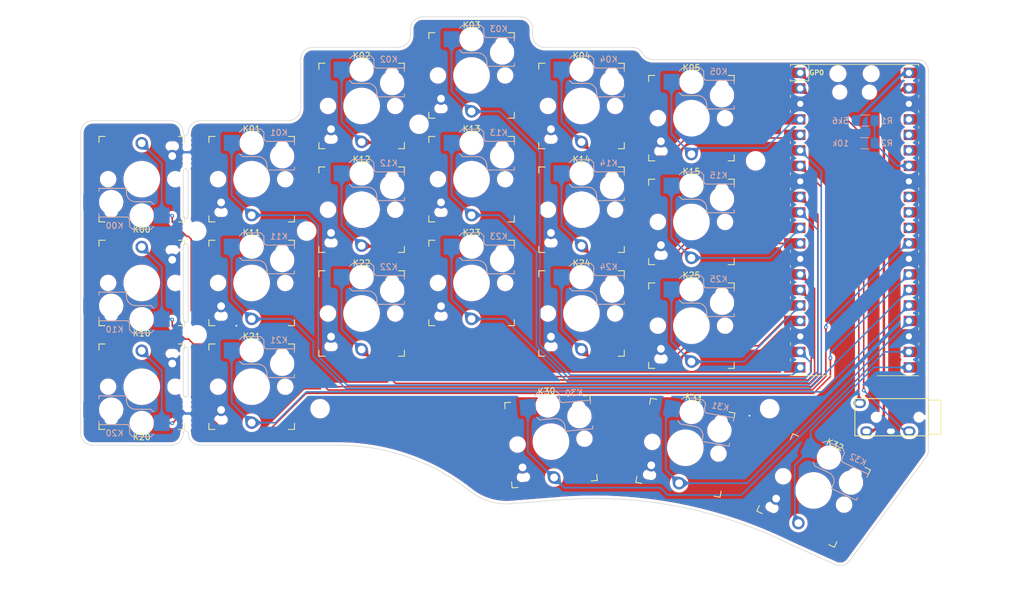
<source format=kicad_pcb>
(kicad_pcb (version 20211014) (generator pcbnew)
  (title_block (rev "rev1.0"))
  (layers (0 "F.Cu" signal) (31 "B.Cu" signal) (34 "B.Paste" user) (35 "F.Paste" user) (36 "B.SilkS" user "B.Silkscreen") (37 "F.SilkS" user "F.Silkscreen") (38 "B.Mask" user) (39 "F.Mask" user) (44 "Edge.Cuts" user))
  (net 0 "")
  (net 1 "GND")
  (net 2 "/k00")
  (net 3 "/k01")
  (net 4 "/k02")
  (net 5 "/k03")
  (net 6 "/k04")
  (net 7 "/k05")
  (net 8 "/k10")
  (net 9 "/k11")
  (net 10 "/k12")
  (net 11 "/k13")
  (net 12 "/k14")
  (net 13 "/k15")
  (net 14 "/k20")
  (net 15 "/k21")
  (net 16 "/k22")
  (net 17 "/k23")
  (net 18 "/k24")
  (net 19 "/k25")
  (net 20 "/k30")
  (net 21 "/k31")
  (net 22 "/k32")
  (net 23 "rx")
  (net 24 "tx")
  (net 25 "VBUS")
  (net 26 "vbus_sense")
  (net 33 "VCC")
  (footprint ".Keycapsss:ChocV1_V2_Hotswap_Solder_Southfacing" (layer "F.Cu") (at 164 94)
    (fp_text reference "K25")
    (fp_text value "KEYSW")
  )
  (footprint ".Keycapsss:ChocV1_V2_Hotswap_Solder_Southfacing" (layer "F.Cu") (at 146 92)
    (fp_text reference "K24")
    (fp_text value "KEYSW")
  )
  (footprint ".Keycapsss:ChocV1_V2_Hotswap_Solder_Southfacing" (layer "F.Cu") (at 92 104)
    (fp_text reference "K21")
    (fp_text value "KEYSW")
  )
  (footprint ".Keycapsss:ChocV1_V2_Hotswap_Solder_Southfacing" (layer "F.Cu") (at 110 58)
    (fp_text reference "K02")
    (fp_text value "KEYSW")
  )
  (footprint "beekeeb_lib:MountingHole_2.2mm_M2-8mm" (layer "F.Cu") (at 103.2 107.6)
    (fp_text reference "H4" hide)
    (fp_text value "MountingHole")
  )
  (footprint ".Keycapsss:ChocV1_V2_Hotswap_Solder_Southfacing" (layer "F.Cu") (at 74 87 180)
    (fp_text reference "K10")
    (fp_text value "KEYSW")
  )
  (footprint "RPi_Pico:RPi_Pico_SMD_TH" (layer "F.Cu") (at 190.7032 76.708)
    (fp_text reference "U2" hide)
    (fp_text value "Pico")
  )
  (footprint ".Keycapsss:ChocV1_V2_Hotswap_Solder_Southfacing" (layer "F.Cu") (at 146 58)
    (fp_text reference "K04")
    (fp_text value "KEYSW")
  )
  (footprint ".Keycapsss:ChocV1_V2_Hotswap_Solder_Southfacing" (layer "F.Cu") (at 110 75)
    (fp_text reference "K12")
    (fp_text value "KEYSW")
  )
  (footprint "beekeeb_lib:MountingHole_2.2mm_M2-8mm" (layer "F.Cu") (at 174.5 67)
    (fp_text reference "H2" hide)
    (fp_text value "MountingHole")
  )
  (footprint ".Keycapsss:ChocV1_V2_Hotswap_Solder_Southfacing" (layer "F.Cu") (at 141 113 5)
    (fp_text reference "K30")
    (fp_text value "KEYSW")
  )
  (footprint "beekeeb_lib:MountingHole_2.2mm_M2-8mm" (layer "F.Cu") (at 83 95.5)
    (fp_text reference "H4" hide)
    (fp_text value "MountingHole")
  )
  (footprint ".Keycapsss:ChocV1_V2_Hotswap_Solder_Southfacing" (layer "F.Cu") (at 92 70)
    (fp_text reference "K01")
    (fp_text value "KEYSW")
  )
  (footprint "beekeeb_lib:mousebites_2" (layer "F.Cu") (at 81.4 78.5 90)
    (fp_text reference "MB1" hide)
    (fp_text value "MountingHole" hide)
  )
  (footprint "beekeeb_lib:mousebites_3" (layer "F.Cu") (at 81.4 108.4352 90)
    (fp_text reference "MB3" hide)
    (fp_text value "MountingHole" hide)
  )
  (footprint "beekeeb_lib:mousebites_2" (layer "F.Cu") (at 81.4 95.5 90)
    (fp_text reference "MB2" hide)
    (fp_text value "MountingHole" hide)
  )
  (footprint ".Keycapsss:ChocV1_V2_Hotswap_Solder_Southfacing" (layer "F.Cu") (at 146 75)
    (fp_text reference "K14")
    (fp_text value "KEYSW")
  )
  (footprint ".Keycapsss:ChocV1_V2_Hotswap_Solder_Southfacing" (layer "F.Cu") (at 128 87)
    (fp_text reference "K23")
    (fp_text value "KEYSW")
  )
  (footprint ".Keycapsss:ChocV1_V2_Hotswap_Solder_Southfacing" (layer "F.Cu") (at 128 53)
    (fp_text reference "K03")
    (fp_text value "KEYSW")
  )
  (footprint "beekeeb_lib:MountingHole_2.2mm_M2-8mm" (layer "F.Cu") (at 83 78.5)
    (fp_text reference "H4" hide)
    (fp_text value "MountingHole")
  )
  (footprint "beekeeb_lib:MountingHole_2.2mm_M2-8mm" (layer "F.Cu") (at 119.4 61)
    (fp_text reference "H1" hide)
    (fp_text value "MountingHole")
  )
  (footprint ".Keycapsss:ChocV1_V2_Hotswap_Solder_Southfacing" (layer "F.Cu") (at 110 92)
    (fp_text reference "K22")
    (fp_text value "KEYSW")
  )
  (footprint "Keebio-Parts:TRRS-PJ-320A" (layer "F.Cu") (at 202.85 109 -90)
    (fp_text reference "J1" hide)
    (fp_text value "TRRS")
  )
  (footprint ".Keycapsss:ChocV1_V2_Hotswap_Solder_Southfacing" (layer "F.Cu") (at 164 77)
    (fp_text reference "K15")
    (fp_text value "KEYSW")
  )
  (footprint "beekeeb_lib:MountingHole_2.2mm_M2-8mm" (layer "F.Cu") (at 176.8 107.6)
    (fp_text reference "H3" hide)
    (fp_text value "MountingHole")
  )
  (footprint "beekeeb_lib:MountingHole_2.2mm_M2-8mm" (layer "F.Cu") (at 101 78.5)
    (fp_text reference "H1" hide)
    (fp_text value "MountingHole")
  )
  (footprint ".Keycapsss:ChocV1_V2_Hotswap_Solder_Southfacing" (layer "F.Cu") (at 184 121 -25)
    (fp_text reference "K32")
    (fp_text value "KEYSW")
  )
  (footprint ".Keycapsss:ChocV1_V2_Hotswap_Solder_Southfacing" (layer "F.Cu") (at 92 87)
    (fp_text reference "K11")
    (fp_text value "KEYSW")
  )
  (footprint ".Keycapsss:ChocV1_V2_Hotswap_Solder_Southfacing" (layer "F.Cu") (at 164 60)
    (fp_text reference "K05")
    (fp_text value "KEYSW")
  )
  (footprint "beekeeb_lib:mousebites_3" (layer "F.Cu") (at 81.4 65.5352 90)
    (fp_text reference "MB4" hide)
    (fp_text value "MountingHole" hide)
  )
  (footprint ".Keycapsss:ChocV1_V2_Hotswap_Solder_Southfacing" (layer "F.Cu") (at 74 104 180)
    (fp_text reference "K20")
    (fp_text value "KEYSW")
  )
  (footprint ".Keycapsss:ChocV1_V2_Hotswap_Solder_Southfacing" (layer "F.Cu") (at 128 70)
    (fp_text reference "K13")
    (fp_text value "KEYSW")
  )
  (footprint ".Keycapsss:ChocV1_V2_Hotswap_Solder_Southfacing" (layer "F.Cu") (at 74 70 180)
    (fp_text reference "K00")
    (fp_text value "KEYSW")
  )
  (footprint ".Keycapsss:ChocV1_V2_Hotswap_Solder_Southfacing" (layer "F.Cu") (at 163 114 -10)
    (fp_text reference "K31")
    (fp_text value "KEYSW")
  )
  (footprint "Resistor_SMD:R_1206_3216Metric_Pad1.30x1.75mm_HandSolder" (layer "B.Cu") (at 192.4304 64.1096 180)
    (fp_text reference "R2")
    (fp_text value "10k")
  )
  (footprint "Resistor_SMD:R_1206_3216Metric_Pad1.30x1.75mm_HandSolder" (layer "B.Cu") (at 192.4304 60.4012)
    (fp_text reference "R1")
    (fp_text value "5k6")
  )
  (gr_line (start 81.6 97.9) (end 81.6 105.3) (layer "Edge.Cuts") (width 0.1))
  (gr_arc (start 201 50.4) (mid 202.272792 50.927208) (end 202.8 52.2) (layer "Edge.Cuts") (width 0.1))
  (gr_line (start 98 60.4) (end 83.6 60.4) (layer "Edge.Cuts") (width 0.1))
  (gr_arc (start 100 50.4) (mid 100.585786 48.985786) (end 102 48.4) (layer "Edge.Cuts") (width 0.1))
  (gr_line (start 83.6 113.6) (end 106.5 113.6) (layer "Edge.Cuts") (width 0.1))
  (gr_line (start 189.949999 132.449999) (end 202.434044 115.487896) (layer "Edge.Cuts") (width 0.1))
  (gr_arc (start 134.5 123.175) (mid 130.930967 122.788889) (end 127.75 121.125) (layer "Edge.Cuts") (width 0.1))
  (gr_arc (start 118 45.4) (mid 118.585786 43.985786) (end 120 43.4) (layer "Edge.Cuts") (width 0.1))
  (gr_arc (start 78.8 60.4) (mid 80.214214 60.985786) (end 80.8 62.4) (layer "Edge.Cuts") (width 0.1))
  (gr_line (start 201 50.4) (end 157.750002 50.399998) (layer "Edge.Cuts") (width 0.1))
  (gr_line (start 118 45.4) (end 118 46.4) (layer "Edge.Cuts") (width 0.1))
  (gr_arc (start 81.6 62.4) (mid 81.2 62.8) (end 80.8 62.4) (layer "Edge.Cuts") (width 0.1))
  (gr_line (start 138 46.4) (end 138 45.4) (layer "Edge.Cuts") (width 0.1))
  (gr_line (start 81.6 68.7) (end 81.6 76.1) (layer "Edge.Cuts") (width 0.1))
  (gr_arc (start 81.6 93.1) (mid 81.2 93.5) (end 80.8 93.1) (layer "Edge.Cuts") (width 0.1))
  (gr_arc (start 80.8 111.6) (mid 81.2 111.2) (end 81.6 111.6) (layer "Edge.Cuts") (width 0.1))
  (gr_arc (start 81.6 76.1) (mid 81.2 76.5) (end 80.8 76.1) (layer "Edge.Cuts") (width 0.1))
  (gr_arc (start 80.8 111.6) (mid 80.214214 113.014214) (end 78.8 113.6) (layer "Edge.Cuts") (width 0.1))
  (gr_line (start 80.8 97.9) (end 80.8 105.3) (layer "Edge.Cuts") (width 0.1))
  (gr_arc (start 202.8 114.4) (mid 202.70606 114.973899) (end 202.434044 115.487896) (layer "Edge.Cuts") (width 0.1))
  (gr_line (start 100 50.4) (end 100 58.4) (layer "Edge.Cuts") (width 0.1))
  (gr_arc (start 80.8 68.7) (mid 81.2 68.3) (end 81.6 68.7) (layer "Edge.Cuts") (width 0.1))
  (gr_line (start 78.8 60.4) (end 66 60.4) (layer "Edge.Cuts") (width 0.1))
  (gr_line (start 66 113.6) (end 78.8 113.6) (layer "Edge.Cuts") (width 0.1))
  (gr_arc (start 136 43.4) (mid 137.414214 43.985786) (end 138 45.4) (layer "Edge.Cuts") (width 0.1))
  (gr_arc (start 118 46.4) (mid 117.414214 47.814214) (end 116 48.4) (layer "Edge.Cuts") (width 0.1))
  (gr_arc (start 66 113.6) (mid 64.585786 113.014214) (end 64 111.6) (layer "Edge.Cuts") (width 0.1))
  (gr_line (start 202.8 114.4) (end 202.8 113.2) (layer "Edge.Cuts") (width 0.1))
  (gr_line (start 141.8 122.600001) (end 134.5 123.175) (layer "Edge.Cuts") (width 0.1))
  (gr_line (start 180.129399 129.8) (end 187.513868 133.121447) (layer "Edge.Cuts") (width 0.1))
  (gr_arc (start 83.6 113.6) (mid 82.185786 113.014214) (end 81.6 111.6) (layer "Edge.Cuts") (width 0.1))
  (gr_arc (start 140 48.4) (mid 138.585786 47.814214) (end 138 46.4) (layer "Edge.Cuts") (width 0.1))
  (gr_line (start 80.8 68.7) (end 80.8 76.1) (layer "Edge.Cuts") (width 0.1))
  (gr_arc (start 157.750002 50.399998) (mid 156.742216 50.132373) (end 156 49.4) (layer "Edge.Cuts") (width 0.1))
  (gr_line (start 64 62.4) (end 64 111.6) (layer "Edge.Cuts") (width 0.1))
  (gr_arc (start 80.8 97.9) (mid 81.2 97.5) (end 81.6 97.9) (layer "Edge.Cuts") (width 0.1))
  (gr_line (start 80.8 80.9) (end 80.8 93.1) (layer "Edge.Cuts") (width 0.1))
  (gr_arc (start 80.8 80.9) (mid 81.2 80.5) (end 81.6 80.9) (layer "Edge.Cuts") (width 0.1))
  (gr_line (start 136 43.4) (end 120 43.4) (layer "Edge.Cuts") (width 0.1))
  (gr_arc (start 64 62.4) (mid 64.585786 60.985786) (end 66 60.4) (layer "Edge.Cuts") (width 0.1))
  (gr_arc (start 106.5 113.600001) (mid 117.756229 115.57996) (end 127.75 121.125) (layer "Edge.Cuts") (width 0.1))
  (gr_line (start 116 48.4) (end 102 48.4) (layer "Edge.Cuts") (width 0.1))
  (gr_arc (start 154.3 48.4) (mid 155.286154 48.668538) (end 156 49.4) (layer "Edge.Cuts") (width 0.1))
  (gr_line (start 81.6 80.9) (end 81.6 93.1) (layer "Edge.Cuts") (width 0.1))
  (gr_line (start 202.8 113.2) (end 202.8 52.2) (layer "Edge.Cuts") (width 0.1))
  (gr_arc (start 81.6 105.3) (mid 81.2 105.7) (end 80.8 105.3) (layer "Edge.Cuts") (width 0.1))
  (gr_arc (start 100 58.4) (mid 99.414214 59.814214) (end 98 60.4) (layer "Edge.Cuts") (width 0.1))
  (gr_arc (start 81.6 62.4) (mid 82.185786 60.985786) (end 83.6 60.4) (layer "Edge.Cuts") (width 0.1))
  (gr_arc (start 189.949999 132.449999) (mid 188.858511 133.244969) (end 187.513868 133.121447) (layer "Edge.Cuts") (width 0.1))
  (gr_line (start 154.3 48.4) (end 140 48.4) (layer "Edge.Cuts") (width 0.1))
  (gr_arc (start 141.8 122.600001) (mid 161.459797 123.564333) (end 180.129399 129.8) (layer "Edge.Cuts") (width 0.1))
  (segment (start 199.5932 95.758) (end 198.3432 95.758) (width 0.4) (layer "F.Cu") (net 1))
  (segment (start 198.3432 95.758) (end 196.65 97.4512) (width 0.4) (layer "F.Cu") (net 1))
  (segment (start 196.65 97.4512) (end 196.65 111.3) (width 0.4) (layer "F.Cu") (net 1))
  (via (at 89.5 94) (size 0.6) (drill 0.3) (layers "F.Cu" "B.Cu") (net 1))
  (via (at 173.5 108.75) (size 0.6) (drill 0.3) (layers "F.Cu" "B.Cu") (net 1))
  (segment (start 81.125527 108.4) (end 77.99952 105.273993) (width 0.4) (layer "B.Cu") (net 1))
  (segment (start 77.99952 105.273993) (end 77.99952 101.20048) (width 0.4) (layer "B.Cu") (net 1))
  (segment (start 87 107.8) (end 86.4 108.4) (width 0.4) (layer "B.Cu") (net 1))
  (segment (start 84 70.8) (end 87 73.8) (width 0.4) (layer "B.Cu") (net 1))
  (segment (start 77.99952 101.20048) (end 79 100.2) (width 0.4) (layer "B.Cu") (net 1))
  (segment (start 79 66.2) (end 79.614801 65.585199) (width 0.4) (layer "B.Cu") (net 1))
  (segment (start 86.4 108.4) (end 81.125527 108.4) (width 0.4) (layer "B.Cu") (net 1))
  (segment (start 79.614801 65.585199) (end 82.385199 65.585199) (width 0.4) (layer "B.Cu") (net 1))
  (segment (start 84 67.2) (end 84 70.8) (width 0.4) (layer "B.Cu") (net 1))
  (segment (start 82.385199 65.585199) (end 84 67.2) (width 0.4) (layer "B.Cu") (net 1))
  (segment (start 183.532555 103.999081) (end 185.249999 102.281637) (width 0.25) (layer "F.Cu") (net 2))
  (segment (start 185.249999 102.281637) (end 185.25 71.2548) (width 0.25) (layer "F.Cu") (net 2))
  (segment (start 81.658686 79.375479) (end 82.1 79.816793) (width 0.25) (layer "F.Cu") (net 2))
  (segment (start 79 77) (end 81.375479 79.375479) (width 0.25) (layer "F.Cu") (net 2))
  (segment (start 79 76) (end 79 77) (width 0.25) (layer "F.Cu") (net 2))
  (segment (start 95.601649 94.824511) (end 104.776219 103.999081) (width 0.25) (layer "F.Cu") (net 2))
  (segment (start 82.1 91.5) (end 85.424511 94.824511) (width 0.25) (layer "F.Cu") (net 2))
  (segment (start 104.776219 103.999081) (end 183.532555 103.999081) (width 0.25) (layer "F.Cu") (net 2))
  (segment (start 185.25 71.2548) (end 181.8132 67.818) (width 0.25) (layer "F.Cu") (net 2))
  (segment (start 82.1 79.816793) (end 82.1 91.5) (width 0.25) (layer "F.Cu") (net 2))
  (segment (start 81.375479 79.375479) (end 81.658686 79.375479) (width 0.25) (layer "F.Cu") (net 2))
  (segment (start 85.424511 94.824511) (end 95.601649 94.824511) (width 0.25) (layer "F.Cu") (net 2))
  (via (at 79 76) (size 0.6) (drill 0.3) (layers "F.Cu" "B.Cu") (net 2))
  (segment (start 77.275 67.375) (end 77.275 75.95) (width 0.25) (layer "B.Cu") (net 2))
  (segment (start 78.95 75.95) (end 77.275 75.95) (width 0.25) (layer "B.Cu") (net 2))
  (segment (start 79 76) (end 78.95 75.95) (width 0.25) (layer "B.Cu") (net 2))
  (segment (start 74 64.1) (end 77.275 67.375) (width 0.25) (layer "B.Cu") (net 2))
  (segment (start 107.626657 103.749519) (end 183.204543 103.749519) (width 0.25) (layer "B.Cu") (net 3))
  (segment (start 101.2 75.9) (end 102.9 77.6) (width 0.25) (layer "B.Cu") (net 3))
  (segment (start 183.204543 103.749519) (end 185.25 101.704062) (width 0.25) (layer "B.Cu") (net 3))
  (segment (start 102.9 77.6) (end 102.9 99.022862) (width 0.25) (layer "B.Cu") (net 3))
  (segment (start 88.725 64.05) (end 88.725 72.625) (width 0.25) (layer "B.Cu") (net 3))
  (segment (start 185.25 68.7148) (end 181.8132 65.278) (width 0.25) (layer "B.Cu") (net 3))
  (segment (start 88.725 72.625) (end 92 75.9) (width 0.25) (layer "B.Cu") (net 3))
  (segment (start 92 75.9) (end 101.2 75.9) (width 0.25) (layer "B.Cu") (net 3))
  (segment (start 102.9 99.022862) (end 107.626657 103.749519) (width 0.25) (layer "B.Cu") (net 3))
  (segment (start 185.25 101.704062) (end 185.25 68.7148) (width 0.25) (layer "B.Cu") (net 3))
  (segment (start 117.84952 96.34952) (end 123.850521 102.350521) (width 0.25) (layer "F.Cu") (net 4))
  (segment (start 117.849519 70.312679) (end 117.84952 96.34952) (width 0.25) (layer "F.Cu") (net 4))
  (segment (start 110 63.9) (end 111.43684 63.9) (width 0.25) (layer "F.Cu") (net 4))
  (segment (start 183.60144 89.92624) (end 181.8132 88.138) (width 0.25) (layer "F.Cu") (net 4))
  (segment (start 111.43684 63.9) (end 117.849519 70.312679) (width 0.25) (layer "F.Cu") (net 4))
  (segment (start 183.60144 101.590008) (end 183.60144 89.92624) (width 0.25) (layer "F.Cu") (net 4))
  (segment (start 182.849701 102.350521) (end 183.600111 101.600111) (width 0.25) (layer "F.Cu") (net 4))
  (segment (start 123.850521 102.350521) (end 182.849701 102.350521) (width 0.25) (layer "F.Cu") (net 4))
  (segment (start 106.725 60.625) (end 110 63.9) (width 0.25) (layer "B.Cu") (net 4))
  (segment (start 106.725 52.05) (end 106.725 60.625) (width 0.25) (layer "B.Cu") (net 4))
  (segment (start 128 58.9) (end 132.574022 58.9) (width 0.25) (layer "B.Cu") (net 5))
  (segment (start 124.725 47.05) (end 124.725 55.625) (width 0.25) (layer "B.Cu") (net 5))
  (segment (start 181.762 100.838) (end 180.5 102.1) (width 0.25) (layer "B.Cu") (net 5))
  (segment (start 139.175479 97.075479) (end 144.2 102.1) (width 0.25) (layer "B.Cu") (net 5))
  (segment (start 139.175479 65.501457) (end 139.175479 97.075479) (width 0.25) (layer "B.Cu") (net 5))
  (segment (start 144.2 102.1) (end 180.5 102.1) (width 0.25) (layer "B.Cu") (net 5))
  (segment (start 181.8132 100.838) (end 181.762 100.838) (width 0.25) (layer "B.Cu") (net 5))
  (segment (start 132.574022 58.9) (end 139.175479 65.501457) (width 0.25) (layer "B.Cu") (net 5))
  (segment (start 124.725 55.625) (end 128 58.9) (width 0.25) (layer "B.Cu") (net 5))
  (segment (start 160.15 66.25) (end 163.15 63.25) (width 0.25) (layer "F.Cu") (net 6))
  (segment (start 146 63.9) (end 148.35 66.25) (width 0.25) (layer "F.Cu") (net 6))
  (segment (start 163.15 63.25) (end 181.3012 63.25) (width 0.25) (layer "F.Cu") (net 6))
  (segment (start 148.35 66.25) (end 160.15 66.25) (width 0.25) (layer "F.Cu") (net 6))
  (segment (start 181.3012 63.25) (end 181.8132 62.738) (width 0.25) (layer "F.Cu") (net 6))
  (segment (start 142.725 52.05) (end 142.725 60.625) (width 0.25) (layer "B.Cu") (net 6))
  (segment (start 142.725 60.625) (end 146 63.9) (width 0.25) (layer "B.Cu") (net 6))
  (segment (start 160.725 54.05) (end 160.725 62.625) (width 0.25) (layer "B.Cu") (net 7))
  (segment (start 160.725 62.625) (end 164 65.9) (width 0.25) (layer "B.Cu") (net 7))
  (segment (start 176.215999 64.884001) (end 180.902 60.198) (width 0.25) (layer "B.Cu") (net 7))
  (segment (start 180.902 60.198) (end 181.8132 60.198) (width 0.25) (layer "B.Cu") (net 7))
  (segment (start 165.015999 64.884001) (end 176.215999 64.884001) (width 0.25) (layer "B.Cu") (net 7))
  (segment (start 164 65.9) (end 165.015999 64.884001) (width 0.25) (layer "B.Cu") (net 7))
  (segment (start 95.424521 95.424521) (end 104.548601 104.548601) (width 0.25) (layer "F.Cu") (net 8))
  (segment (start 81.664711 96.2) (end 82.489232 97.024521) (width 0.25) (layer "F.Cu") (net 8))
  (segment (start 81.1 96.2) (end 81.664711 96.2) (width 0.25) (layer "F.Cu") (net 8))
  (segment (start 104.548601 104.548601) (end 183.760173 104.548601) (width 0.25) (layer "F.Cu") (net 8))
  (segment (start 183.760173 104.548601) (end 183.854387 104.454387) (width 0.25) (layer "F.Cu") (net 8))
  (segment (start 186 102.308774) (end 183.854387 104.454387) (width 0.25) (layer "F.Cu") (net 8))
  (segment (start 79 94.1) (end 81.1 96.2) (width 0.25) (layer "F.Cu") (net 8))
  (segment (start 79 93) (end 79 94.1) (width 0.25) (layer "F.Cu") (net 8))
  (segment (start 183.854387 104.454387) (end 183.779387 104.529387) (width 0.25) (layer "F.Cu") (net 8))
  (segment (start 186 94.25) (end 186 102.3) (width 0.25) (layer "F.Cu") (net 8))
  (segment (start 84.531478 97.024521) (end 86.131478 95.424521) (width 0.25) (layer "F.Cu") (net 8))
  (segment (start 86.131478 95.424521) (end 95.424521 95.424521) (width 0.25) (layer "F.Cu") (net 8))
  (segment (start 186 102.3) (end 186 102.308774) (width 0.25) (layer "F.Cu") (net 8))
  (segment (start 82.489232 97.024521) (end 84.531478 97.024521) (width 0.25) (layer "F.Cu") (net 8))
  (via (at 186 94.25) (size 0.6) (drill 0.3) (layers "F.Cu" "B.Cu") (net 8))
  (via (at 79 93) (size 0.6) (drill 0.3) (layers "F.Cu" "B.Cu") (net 8))
  (segment (start 186 93.860769) (end 199.342769 80.518) (width 0.25) (layer "B.Cu") (net 8))
  (segment (start 79 93) (end 78.95 92.95) (width 0.25) (layer "B.Cu") (net 8))
  (segment (start 186 94.25) (end 186 93.860769) (width 0.25) (layer "B.Cu") (net 8))
  (segment (start 199.342769 80.518) (end 199.5932 80.518) (width 0.25) (layer "B.Cu") (net 8))
  (segment (start 77.275 84.375) (end 74 81.1) (width 0.25) (layer "B.Cu") (net 8))
  (segment (start 77.275 92.95) (end 77.275 84.375) (width 0.25) (layer "B.Cu") (net 8))
  (segment (start 78.95 92.95) (end 77.275 92.95) (width 0.25) (layer "B.Cu") (net 8))
  (segment (start 88.725 81.05) (end 88.725 89.625) (width 0.25) (layer "B.Cu") (net 9))
  (segment (start 107.39904 104.29904) (end 183.43216 104.29904) (width 0.25) (layer "B.Cu") (net 9))
  (segment (start 102.1 96.577138) (end 102.1 99) (width 0.25) (layer "B.Cu") (net 9))
  (segment (start 183.43216 104.29904) (end 199.5932 88.138) (width 0.25) (layer "B.Cu") (net 9))
  (segment (start 98.422862 92.9) (end 102.1 96.577138) (width 0.25) (layer "B.Cu") (net 9))
  (segment (start 92 92.9) (end 98.422862 92.9) (width 0.25) (layer "B.Cu") (net 9))
  (segment (start 88.725 89.625) (end 92 92.9) (width 0.25) (layer "B.Cu") (net 9))
  (segment (start 102.1 99) (end 107.39904 104.29904) (width 0.25) (layer "B.Cu") (net 9))
  (segment (start 123.300041 102.900041) (end 183.077319 102.900041) (width 0.25) (layer "F.Cu") (net 10))
  (segment (start 181.822222 85.598) (end 181.8132 85.598) (width 0.25) (layer "F.Cu") (net 10))
  (segment (start 184.15096 101.8264) (end 184.15096 87.926738) (width 0.25) (layer "F.Cu") (net 10))
  (segment (start 111.43684 80.9) (end 117.3 86.76316) (width 0.25) (layer "F.Cu") (net 10))
  (segment (start 184.15096 87.926738) (end 181.822222 85.598) (width 0.25) (layer "F.Cu") (net 10))
  (segment (start 110 80.9) (end 111.43684 80.9) (width 0.25) (layer "F.Cu") (net 10))
  (segment (start 183.077319 102.900041) (end 184.15096 101.8264) (width 0.25) (layer "F.Cu") (net 10))
  (segment (start 117.3 96.9) (end 123.300041 102.900041) (width 0.25) (layer "F.Cu") (net 10))
  (segment (start 117.3 86.76316) (end 117.3 96.9) (width 0.25) (layer "F.Cu") (net 10))
  (segment (start 106.725 77.625) (end 110 80.9) (width 0.25) (layer "B.Cu") (net 10))
  (segment (start 106.725 69.05) (end 106.725 77.625) (width 0.25) (layer "B.Cu") (net 10))
  (segment (start 183.5 101.75) (end 183.5 99.9848) (width 0.25) (layer "B.Cu") (net 11))
  (segment (start 124.725 64.05) (end 124.725 72.625) (width 0.25) (layer "B.Cu") (net 11))
  (segment (start 143.972382 102.64952) (end 160.626418 102.64952) (width 0.25) (layer "B.Cu") (net 11))
  (segment (start 160.7 102.64952) (end 182.60048 102.64952) (width 0.25) (layer "B.Cu") (net 11))
  (segment (start 182.60048 102.64952) (end 183.5 101.75) (width 0.25) (layer "B.Cu") (net 11))
  (segment (start 138.62596 97.303098) (end 143.972382 102.64952) (width 0.25) (layer "B.Cu") (net 11))
  (segment (start 124.725 72.625) (end 128 75.9) (width 0.25) (layer "B.Cu") (net 11))
  (segment (start 132.574022 75.9) (end 138.625959 81.951937) (width 0.25) (layer "B.Cu") (net 11))
  (segment (start 183.5 99.9848) (end 181.8132 98.298) (width 0.25) (layer "B.Cu") (net 11))
  (segment (start 138.625959 81.951937) (end 138.62596 97.303098) (width 0.25) (layer "B.Cu") (net 11))
  (segment (start 128 75.9) (end 132.574022 75.9) (width 0.25) (layer "B.Cu") (net 11))
  (segment (start 159.82 83.68) (end 162.982 80.518) (width 0.25) (layer "F.Cu") (net 12))
  (segment (start 146 80.9) (end 148.78 83.68) (width 0.25) (layer "F.Cu") (net 12))
  (segment (start 148.78 83.68) (end 159.82 83.68) (width 0.25) (layer "F.Cu") (net 12))
  (segment (start 162.982 80.518) (end 181.8132 80.518) (width 0.25) (layer "F.Cu") (net 12))
  (segment (start 142.725 77.625) (end 146 80.9) (width 0.25) (layer "B.Cu") (net 12))
  (segment (start 142.725 69.05) (end 142.725 77.625) (width 0.25) (layer "B.Cu") (net 12))
  (segment (start 160.725 79.625) (end 164 82.9) (width 0.25) (layer "B.Cu") (net 13))
  (segment (start 176.8912 82.9) (end 181.8132 77.978) (width 0.25) (layer "B.Cu") (net 13))
  (segment (start 160.725 71.05) (end 160.725 79.625) (width 0.25) (layer "B.Cu") (net 13))
  (segment (start 164 82.9) (end 176.8912 82.9) (width 0.25) (layer "B.Cu") (net 13))
  (segment (start 186.75 102.335912) (end 186.75 99.3) (width 0.25) (layer "F.Cu") (net 14))
  (segment (start 88.05 111.8) (end 94.2 111.8) (width 0.25) (layer "F.Cu") (net 14))
  (segment (start 84.65 108.4) (end 88.05 111.8) (width 0.25) (layer "F.Cu") (net 14))
  (segment (start 79 110) (end 80.6 108.4) (width 0.25) (layer "F.Cu") (net 14))
  (segment (start 100.901879 105.098121) (end 183.987791 105.098121) (width 0.25) (layer "F.Cu") (net 14))
  (segment (start 80.6 108.4) (end 84.65 108.4) (width 0.25) (layer "F.Cu") (net 14))
  (segment (start 183.987791 105.098121) (end 186.75 102.335912) (width 0.25) (layer "F.Cu") (net 14))
  (segment (start 94.2 111.8) (end 100.901879 105.098121) (width 0.25) (layer "F.Cu") (net 14))
  (via (at 186.75 99.3) (size 0.6) (drill 0.3) (layers "F.Cu" "B.Cu") (net 14))
  (via (at 79 110) (size 0.6) (drill 0.3) (layers "F.Cu" "B.Cu") (net 14))
  (segment (start 79 110) (end 78.95 109.95) (width 0.25) (layer "B.Cu") (net 14))
  (segment (start 77.275 101.375) (end 74 98.1) (width 0.25) (layer "B.Cu") (net 14))
  (segment (start 78.95 109.95) (end 77.275 109.95) (width 0.25) (layer "B.Cu") (net 14))
  (segment (start 77.275 109.95) (end 77.275 101.375) (width 0.25) (layer "B.Cu") (net 14))
  (segment (start 186.75 98.4412) (end 199.5932 85.598) (width 0.25) (layer "B.Cu") (net 14))
  (segment (start 186.75 99.3) (end 186.75 98.4412) (width 0.25) (layer "B.Cu") (net 14))
  (segment (start 88.725 106.625) (end 92 109.9) (width 0.25) (layer "B.Cu") (net 15))
  (segment (start 185.42264 104.84856) (end 199.5932 90.678) (width 0.25) (layer "B.Cu") (net 15))
  (segment (start 100.95144 104.84856) (end 185.42264 104.84856) (width 0.25) (layer "B.Cu") (net 15))
  (segment (start 88.725 98.05) (end 88.725 106.625) (width 0.25) (layer "B.Cu") (net 15))
  (segment (start 95.9 109.9) (end 100.95144 104.84856) (width 0.25) (layer "B.Cu") (net 15))
  (segment (start 92 109.9) (end 95.9 109.9) (width 0.25) (layer "B.Cu") (net 15))
  (segment (start 183.304937 103.449561) (end 184.70048 102.054018) (width 0.25) (layer "F.Cu") (net 16))
  (segment (start 184.70048 75.78528) (end 181.8132 72.898) (width 0.25) (layer "F.Cu") (net 16))
  (segment (start 115.549561 103.449561) (end 183.304937 103.449561) (width 0.25) (layer "F.Cu") (net 16))
  (segment (start 110 97.9) (end 115.549561 103.449561) (width 0.25) (layer "F.Cu") (net 16))
  (segment (start 184.70048 102.054018) (end 184.70048 75.78528) (width 0.25) (layer "F.Cu") (net 16))
  (segment (start 106.725 94.625) (end 110 97.9) (width 0.25) (layer "B.Cu") (net 16))
  (segment (start 106.725 86.05) (end 106.725 94.625) (width 0.25) (layer "B.Cu") (net 16))
  (segment (start 124.725 89.625) (end 128 92.9) (width 0.25) (layer "B.Cu") (net 17))
  (segment (start 184.70048 78.32528) (end 181.8132 75.438) (width 0.25) (layer "B.Cu") (net 17))
  (segment (start 143.7 103.2) (end 182.976924 103.2) (width 0.25) (layer "B.Cu") (net 17))
  (segment (start 128 92.9) (end 133.4 92.9) (width 0.25) (layer "B.Cu") (net 17))
  (segment (start 124.725 81.05) (end 124.725 89.625) (width 0.25) (layer "B.Cu") (net 17))
  (segment (start 133.4 92.9) (end 143.7 103.2) (width 0.25) (layer "B.Cu") (net 17))
  (segment (start 184.70048 101.476444) (end 184.70048 78.32528) (width 0.25) (layer "B.Cu") (net 17))
  (segment (start 182.976924 103.2) (end 184.70048 101.476444) (width 0.25) (layer "B.Cu") (net 17))
  (segment (start 175 97.3) (end 179.082 93.218) (width 0.25) (layer "F.Cu") (net 18))
  (segment (start 163.1 97.3) (end 175 97.3) (width 0.25) (layer "F.Cu") (net 18))
  (segment (start 159.71 100.69) (end 163.1 97.3) (width 0.25) (layer "F.Cu") (net 18))
  (segment (start 146 97.9) (end 148.79 100.69) (width 0.25) (layer "F.Cu") (net 18))
  (segment (start 179.082 93.218) (end 181.8132 93.218) (width 0.25) (layer "F.Cu") (net 18))
  (segment (start 148.79 100.69) (end 159.71 100.69) (width 0.25) (layer "F.Cu") (net 18))
  (segment (start 142.725 86.05) (end 142.725 94.625) (width 0.25) (layer "B.Cu") (net 18))
  (segment (start 142.725 94.625) (end 146 97.9) (width 0.25) (layer "B.Cu") (net 18))
  (segment (start 160.725 88.05) (end 160.725 96.625) (width 0.25) (layer "B.Cu") (net 19))
  (segment (start 164 99.9) (end 172.5912 99.9) (width 0.25) (layer "B.Cu") (net 19))
  (segment (start 172.5912 99.9) (end 181.8132 90.678) (width 0.25) (layer "B.Cu") (net 19))
  (segment (start 160.725 96.625) (end 164 99.9) (width 0.25) (layer "B.Cu") (net 19))
  (segment (start 141.514219 118.877549) (end 143.18667 120.55) (width 0.25) (layer "B.Cu") (net 20))
  (segment (start 141.514219 118.877549) (end 140.63667 118) (width 0.25) (layer "B.Cu") (net 20))
  (segment (start 158.89 120.55) (end 160.09 121.75) (width 0.25) (layer "B.Cu") (net 20))
  (segment (start 137.218886 114.718886) (end 137.218886 107.358077) (width 0.25) (layer "B.Cu") (net 20))
  (segment (start 143.18667 120.55) (end 158.89 120.55) (width 0.25) (layer "B.Cu") (net 20))
  (segment (start 160.09 121.75) (end 172.172862 121.75) (width 0.25) (layer "B.Cu") (net 20))
  (segment (start 140.5 118) (end 137.218886 114.718886) (width 0.25) (layer "B.Cu") (net 20))
  (segment (start 195.624862 98.298) (end 199.5932 98.298) (width 0.25) (layer "B.Cu") (net 20))
  (segment (start 140.63667 118) (end 140.5 118) (width 0.25) (layer "B.Cu") (net 20))
  (segment (start 172.172862 121.75) (end 195.624862 98.298) (width 0.25) (layer "B.Cu") (net 20))
  (segment (start 199.5932 93.3068) (end 173.089634 119.810366) (width 0.25) (layer "B.Cu") (net 21))
  (segment (start 199.5932 93.218) (end 199.5932 93.3068) (width 0.25) (layer "B.Cu") (net 21))
  (segment (start 159.8 108.579657) (end 160.807961 107.571696) (width 0.25) (layer "B.Cu") (net 21))
  (segment (start 159.8 117.63489) (end 159.8 108.579657) (width 0.25) (layer "B.Cu") (net 21))
  (segment (start 173.089634 119.810366) (end 161.975476 119.810366) (width 0.25) (layer "B.Cu") (net 21))
  (segment (start 161.975476 119.810366) (end 159.8 117.63489) (width 0.25) (layer "B.Cu") (net 21))
  (segment (start 181.506552 126.347216) (end 180.91 125.750664) (width 0.25) (layer "B.Cu") (net 22))
  (segment (start 180.91 116.859815) (end 183.546421 114.223394) (width 0.25) (layer "B.Cu") (net 22))
  (segment (start 183.546421 114.223394) (end 183.546421 111.153579) (width 0.25) (layer "B.Cu") (net 22))
  (segment (start 183.546421 111.153579) (end 193.862 100.838) (width 0.25) (layer "B.Cu") (net 22))
  (segment (start 193.862 100.838) (end 199.5932 100.838) (width 0.25) (layer "B.Cu") (net 22))
  (segment (start 180.91 125.750664) (end 180.91 116.859815) (width 0.25) (layer "B.Cu") (net 22))
  (segment (start 191.55 106.7) (end 191.4 106.55) (width 0.25) (layer "F.Cu") (net 23))
  (segment (start 182.022222 55.118) (end 181.8132 55.118) (width 0.25) (layer "F.Cu") (net 23))
  (segment (start 191.4 64.495778) (end 182.022222 55.118) (width 0.25) (layer "F.Cu") (net 23))
  (segment (start 191.4 106.55) (end 191.4 64.495778) (width 0.25) (layer "F.Cu") (net 23))
  (segment (start 181.8132 52.578) (end 192.2 62.9648) (width 0.25) (layer "F.Cu") (net 24))
  (segment (start 192.2 62.9648) (end 192.2 104.6) (width 0.25) (layer "F.Cu") (net 24))
  (via (at 192.2 104.6) (size 0.6) (drill 0.3) (layers "F.Cu" "B.Cu") (net 24))
  (segment (start 198.9 111.3) (end 199.65 111.3) (width 0.25) (layer "B.Cu") (net 24))
  (segment (start 192.2 104.6) (end 198.9 111.3) (width 0.25) (layer "B.Cu") (net 24))
  (segment (start 198.7036 52.578) (end 190.8804 60.4012) (width 0.4) (layer "B.Cu") (net 25))
  (segment (start 199.5932 52.578) (end 198.7036 52.578) (width 0.4) (layer "B.Cu") (net 25))
  (segment (start 193.9804 60.4012) (end 193.9804 64.1096) (width 0.25) (layer "B.Cu") (net 26))
  (segment (start 197.6888 67.818) (end 193.9804 64.1096) (width 0.25) (layer "B.Cu") (net 26))
  (segment (start 199.5932 67.818) (end 197.6888 67.818) (width 0.25) (layer "B.Cu") (net 26))
  (segment (start 198.682 55.118) (end 199.5932 55.118) (width 0.4) (layer "F.Cu") (net 33))
  (segment (start 193.7 111.3) (end 195.5 109.5) (width 0.4) (layer "F.Cu") (net 33))
  (segment (start 195.5 109.5) (end 195.5 58.3) (width 0.4) (layer "F.Cu") (net 33))
  (segment (start 192.65 111.3) (end 193.7 111.3) (width 0.4) (layer "F.Cu") (net 33))
  (segment (start 195.5 58.3) (end 198.682 55.118) (width 0.4) (layer "F.Cu") (net 33))
  (zone (net 14) (net_name "/k20") (layer "F.Cu") (priority 16962) (connect_pads yes (clearance 0)) (min_thickness 0.0254) (fill yes (thermal_gap 0.508) (thermal_bridge_width 0.508))
    (polygon (pts (xy 79.328803 109.49442) (xy 79.280554 109.540247) (xy 79.237079 109.576623) (xy 79.197048 109.605125) (xy 79.159132 109.627329) (xy 79.121999 109.644813) (xy 79.084321 109.659153) (xy 79.044766 109.671926) (xy 79.002006 109.684709) (xy 78.95471 109.69908) (xy 78.901548 109.716615) (xy 78.893934 110.106066) (xy 79.283385 110.098452) (xy 79.300919 110.045289) (xy 79.31529 109.997993) (xy 79.328073 109.955233) (xy 79.340846 109.915678) (xy 79.355186 109.878) (xy 79.37267 109.840867) (xy 79.394874 109.802951) (xy 79.423376 109.76292) (xy 79.459752 109.719445) (xy 79.50558 109.671197)))
  )
  (zone (net 24) (net_name "tx") (layer "F.Cu") (priority 16962) (connect_pads yes (clearance 0)) (min_thickness 0.0254) (fill yes (thermal_gap 0.508) (thermal_bridge_width 0.508))
    (polygon (pts (xy 192.075 104.01) (xy 192.073288 104.076522) (xy 192.068268 104.132986) (xy 192.060116 104.181446) (xy 192.049005 104.223958) (xy 192.035111 104.262578) (xy 192.018608 104.29936) (xy 191.999671 104.336362) (xy 191.978474 104.375638) (xy 191.955192 104.419243) (xy 191.93 104.469234) (xy 192.2 104.75) (xy 192.47 104.469234) (xy 192.444807 104.419243) (xy 192.421525 104.375638) (xy 192.400328 104.336362) (xy 192.381391 104.29936) (xy 192.364888 104.262578) (xy 192.350994 104.223958) (xy 192.339883 104.181446) (xy 192.331731 104.132986) (xy 192.326711 104.076522) (xy 192.325 104.01)))
  )
  (zone (net 4) (net_name "/k02") (layer "F.Cu") (priority 16962) (connect_pads yes (clearance 0)) (min_thickness 0.0254) (fill yes (thermal_gap 0.508) (thermal_bridge_width 0.508))
    (polygon (pts (xy 183.096598 89.244621) (xy 182.962886 89.09634) (xy 182.867921 88.960119) (xy 182.804309 88.832245) (xy 182.764661 88.709006) (xy 182.741586 88.586691) (xy 182.727692 88.461588) (xy 182.71559 88.329984) (xy 182.697889 88.188167) (xy 182.667197 88.032427) (xy 182.616124 87.859051) (xy 181.51268 87.83748) (xy 181.534251 88.940924) (xy 181.707627 88.991997) (xy 181.863367 89.022689) (xy 182.005184 89.04039) (xy 182.136788 89.052492) (xy 182.261891 89.066386) (xy 182.384206 89.089461) (xy 182.507445 89.129109) (xy 182.635319 89.192721) (xy 182.77154 89.287686) (xy 182.919821 89.421398)))
  )
  (zone (net 12) (net_name "/k14") (layer "F.Cu") (priority 16962) (connect_pads yes (clearance 0)) (min_thickness 0.0254) (fill yes (thermal_gap 0.508) (thermal_bridge_width 0.508))
    (polygon (pts (xy 180.1232 80.643) (xy 180.322598 80.653302) (xy 180.486072 80.682473) (xy 180.621473 80.727914) (xy 180.736651 80.787021) (xy 180.839458 80.857195) (xy 180.937744 80.935832) (xy 181.039359 81.020333) (xy 181.152156 81.108095) (xy 181.283983 81.196518) (xy 181.442694 81.283) (xy 182.2382 80.518) (xy 181.442694 79.753) (xy 181.283983 79.839481) (xy 181.152156 79.927904) (xy 181.039359 80.015666) (xy 180.937744 80.100167) (xy 180.839458 80.178804) (xy 180.736651 80.248978) (xy 180.621473 80.308085) (xy 180.486072 80.353526) (xy 180.322598 80.382697) (xy 180.1232 80.393)))
  )
  (zone (net 2) (net_name "/k00") (layer "F.Cu") (priority 16962) (connect_pads yes (clearance 0)) (min_thickness 0.0254) (fill yes (thermal_gap 0.508) (thermal_bridge_width 0.508))
    (polygon (pts (xy 79.125 76.59) (xy 79.126711 76.523477) (xy 79.131731 76.467013) (xy 79.139883 76.418553) (xy 79.150994 76.376041) (xy 79.164888 76.337421) (xy 79.181391 76.300639) (xy 79.200328 76.263637) (xy 79.221525 76.224361) (xy 79.244807 76.180756) (xy 79.27 76.130766) (xy 79 75.85) (xy 78.73 76.130766) (xy 78.755192 76.180756) (xy 78.778474 76.224361) (xy 78.799671 76.263637) (xy 78.818608 76.300639) (xy 78.835111 76.337421) (xy 78.849005 76.376041) (xy 78.860116 76.418553) (xy 78.868268 76.467013) (xy 78.873288 76.523477) (xy 78.875 76.59)))
  )
  (zone (net 1) (net_name "GND") (layers F&B.Cu) (connect_pads yes (clearance 0.508)) (min_thickness 0.25) (fill yes (thermal_gap 0.508) (thermal_bridge_width 0.508))
    (polygon (pts (xy 218.44 137.16) (xy 50.8 137.16) (xy 50.8 40.64) (xy 218.44 40.64)))
  )
  (zone (net 23) (net_name "rx") (layer "F.Cu") (priority 16962) (connect_pads yes (clearance 0)) (min_thickness 0.0254) (fill yes (thermal_gap 0.508) (thermal_bridge_width 0.508))
    (polygon (pts (xy 183.199554 56.118555) (xy 183.056995 55.961567) (xy 182.95362 55.817894) (xy 182.881248 55.683835) (xy 182.831696 55.555689) (xy 182.796783 55.429757) (xy 182.768328 55.302339) (xy 182.738148 55.169734) (xy 182.698063 55.028242) (xy 182.639891 54.874164) (xy 182.555451 54.703799) (xy 181.46504 54.87426) (xy 181.677988 55.957176) (xy 181.849237 55.977065) (xy 182.002812 55.982665) (xy 182.142276 55.980494) (xy 182.271194 55.977072) (xy 182.393128 55.978917) (xy 182.511643 55.992549) (xy 182.630302 56.024488) (xy 182.752668 56.081251) (xy 182.882305 56.16936) (xy 183.022777 56.295332)))
  )
  (zone (net 8) (net_name "/k10") (layer "F.Cu") (priority 16962) (connect_pads yes (clearance 0)) (min_thickness 0.0254) (fill yes (thermal_gap 0.508) (thermal_bridge_width 0.508))
    (polygon (pts (xy 186.125 94.84) (xy 186.126711 94.773477) (xy 186.131731 94.717013) (xy 186.139883 94.668553) (xy 186.150994 94.626041) (xy 186.164888 94.587421) (xy 186.181391 94.550639) (xy 186.200328 94.513637) (xy 186.221525 94.474361) (xy 186.244807 94.430756) (xy 186.27 94.380766) (xy 186 94.1) (xy 185.73 94.380766) (xy 185.755192 94.430756) (xy 185.778474 94.474361) (xy 185.799671 94.513637) (xy 185.818608 94.550639) (xy 185.835111 94.587421) (xy 185.849005 94.626041) (xy 185.860116 94.668553) (xy 185.868268 94.717013) (xy 185.873288 94.773477) (xy 185.875 94.84)))
  )
  (zone (net 33) (net_name "VCC") (layer "F.Cu") (priority 16962) (connect_pads yes (clearance 0)) (min_thickness 0.0254) (fill yes (thermal_gap 0.508) (thermal_bridge_width 0.508))
    (polygon (pts (xy 198.265656 55.817187) (xy 198.364738 55.731706) (xy 198.459404 55.676346) (xy 198.551028 55.647484) (xy 198.640984 55.641495) (xy 198.730648 55.654757) (xy 198.821394 55.683645) (xy 198.914597 55.724538) (xy 199.011632 55.77381) (xy 199.113872 55.827838) (xy 199.222694 55.883) (xy 200.0182 55.118) (xy 198.99216 54.51696) (xy 198.870555 54.63879) (xy 198.766705 54.74325) (xy 198.675676 54.835179) (xy 198.592531 54.919417) (xy 198.512333 55.000804) (xy 198.430148 55.084179) (xy 198.34104 55.17438) (xy 198.240071 55.276249) (xy 198.122308 55.394623) (xy 197.982813 55.534344)))
  )
  (zone (net 10) (net_name "/k12") (layer "F.Cu") (priority 16962) (connect_pads yes (clearance 0)) (min_thickness 0.0254) (fill yes (thermal_gap 0.508) (thermal_bridge_width 0.508))
    (polygon (pts (xy 111.948898 81.235281) (xy 111.788966 81.080299) (xy 111.649705 80.954473) (xy 111.526437 80.851004) (xy 111.414483 80.763092) (xy 111.309167 80.683938) (xy 111.20581 80.606744) (xy 111.099734 80.52471) (xy 110.986263 80.431038) (xy 110.860717 80.318927) (xy 110.71842 80.18158) (xy 109.492 80.9) (xy 110.442864 81.8144) (xy 110.601375 81.724711) (xy 110.74659 81.622441) (xy 110.881363 81.516428) (xy 111.008547 81.415512) (xy 111.130998 81.328532) (xy 111.251568 81.264328) (xy 111.373111 81.23174) (xy 111.498482 81.239605) (xy 111.630533 81.296765) (xy 111.772121 81.412058)))
  )
  (zone (net 33) (net_name "VCC") (layer "F.Cu") (priority 16962) (connect_pads yes (clearance 0)) (min_thickness 0.0254) (fill yes (thermal_gap 0.508) (thermal_bridge_width 0.508))
    (polygon (pts (xy 193.947487 110.76967) (xy 193.847984 110.852419) (xy 193.75368 110.898847) (xy 193.663012 110.914099) (xy 193.574414 110.903318) (xy 193.486322 110.871648) (xy 193.397173 110.824233) (xy 193.305402 110.766217) (xy 193.209444 110.702743) (xy 193.107735 110.638956) (xy 192.998711 110.58) (xy 192.25 111.3) (xy 193.215685 111.865685) (xy 193.328499 111.758511) (xy 193.43007 111.672253) (xy 193.523666 111.601221) (xy 193.612559 111.539728) (xy 193.700021 111.482085) (xy 193.789321 111.422602) (xy 193.883731 111.355593) (xy 193.986522 111.275367) (xy 194.100965 111.176236) (xy 194.23033 111.052513)))
  )
  (zone (net 16) (net_name "/k22") (layer "F.Cu") (priority 16962) (connect_pads yes (clearance 0)) (min_thickness 0.0254) (fill yes (thermal_gap 0.508) (thermal_bridge_width 0.508))
    (polygon (pts (xy 183.096598 74.004621) (xy 182.962886 73.85634) (xy 182.867921 73.720119) (xy 182.804309 73.592245) (xy 182.764661 73.469006) (xy 182.741586 73.346691) (xy 182.727692 73.221588) (xy 182.71559 73.089984) (xy 182.697889 72.948167) (xy 182.667197 72.792427) (xy 182.616124 72.619051) (xy 181.51268 72.59748) (xy 181.534251 73.700924) (xy 181.707627 73.751997) (xy 181.863367 73.782689) (xy 182.005184 73.80039) (xy 182.136788 73.812492) (xy 182.261891 73.826386) (xy 182.384206 73.849461) (xy 182.507445 73.889109) (xy 182.635319 73.952721) (xy 182.77154 74.047686) (xy 182.919821 74.181398)))
  )
  (zone (net 2) (net_name "/k00") (layer "F.Cu") (priority 16962) (connect_pads yes (clearance 0)) (min_thickness 0.0254) (fill yes (thermal_gap 0.508) (thermal_bridge_width 0.508))
    (polygon (pts (xy 183.096598 68.924621) (xy 182.962886 68.77634) (xy 182.867921 68.640119) (xy 182.804309 68.512245) (xy 182.764661 68.389006) (xy 182.741586 68.266691) (xy 182.727692 68.141588) (xy 182.71559 68.009984) (xy 182.697889 67.868167) (xy 182.667197 67.712427) (xy 182.616124 67.539051) (xy 181.51268 67.51748) (xy 181.534251 68.620924) (xy 181.707627 68.671997) (xy 181.863367 68.702689) (xy 182.005184 68.72039) (xy 182.136788 68.732492) (xy 182.261891 68.746386) (xy 182.384206 68.769461) (xy 182.507445 68.809109) (xy 182.635319 68.872721) (xy 182.77154 68.967686) (xy 182.919821 69.101398)))
  )
  (zone (net 16) (net_name "/k22") (layer "F.Cu") (priority 16962) (connect_pads yes (clearance 0)) (min_thickness 0.0254) (fill yes (thermal_gap 0.508) (thermal_bridge_width 0.508))
    (polygon (pts (xy 183.096598 74.004621) (xy 182.962886 73.85634) (xy 182.867921 73.720119) (xy 182.804309 73.592245) (xy 182.764661 73.469006) (xy 182.741586 73.346691) (xy 182.727692 73.221588) (xy 182.71559 73.089984) (xy 182.697889 72.948167) (xy 182.667197 72.792427) (xy 182.616124 72.619051) (xy 181.51268 72.59748) (xy 181.534251 73.700924) (xy 181.707627 73.751997) (xy 181.863367 73.782689) (xy 182.005184 73.80039) (xy 182.136788 73.812492) (xy 182.261891 73.826386) (xy 182.384206 73.849461) (xy 182.507445 73.889109) (xy 182.635319 73.952721) (xy 182.77154 74.047686) (xy 182.919821 74.181398)))
  )
  (zone (net 14) (net_name "/k20") (layer "F.Cu") (priority 16962) (connect_pads yes (clearance 0)) (min_thickness 0.0254) (fill yes (thermal_gap 0.508) (thermal_bridge_width 0.508))
    (polygon (pts (xy 186.875 99.89) (xy 186.876711 99.823477) (xy 186.881731 99.767013) (xy 186.889883 99.718553) (xy 186.900994 99.676041) (xy 186.914888 99.637421) (xy 186.931391 99.600639) (xy 186.950328 99.563637) (xy 186.971525 99.524361) (xy 186.994807 99.480756) (xy 187.02 99.430766) (xy 186.75 99.15) (xy 186.48 99.430766) (xy 186.505192 99.480756) (xy 186.528474 99.524361) (xy 186.549671 99.563637) (xy 186.568608 99.600639) (xy 186.585111 99.637421) (xy 186.599005 99.676041) (xy 186.610116 99.718553) (xy 186.618268 99.767013) (xy 186.623288 99.823477) (xy 186.625 99.89)))
  )
  (zone (net 16) (net_name "/k22") (layer "F.Cu") (priority 16962) (connect_pads yes (clearance 0)) (min_thickness 0.0254) (fill yes (thermal_gap 0.508) (thermal_bridge_width 0.508))
    (polygon (pts (xy 111.520985 99.244209) (xy 111.36023 99.065238) (xy 111.247131 98.900627) (xy 111.172538 98.745925) (xy 111.127297 98.596681) (xy 111.102256 98.448443) (xy 111.088263 98.296762) (xy 111.076166 98.137185) (xy 111.056813 97.965262) (xy 111.021051 97.776542) (xy 110.95973 97.566574) (xy 109.64079 97.54079) (xy 109.666574 98.85973) (xy 109.876542 98.921051) (xy 110.065262 98.956813) (xy 110.237185 98.976166) (xy 110.396762 98.988263) (xy 110.548443 99.002256) (xy 110.696681 99.027297) (xy 110.845925 99.072538) (xy 111.000627 99.147131) (xy 111.165238 99.26023) (xy 111.344209 99.420985)))
  )
  (zone (net 4) (net_name "/k02") (layer "F.Cu") (priority 16962) (connect_pads yes (clearance 0)) (min_thickness 0.0254) (fill yes (thermal_gap 0.508) (thermal_bridge_width 0.508))
    (polygon (pts (xy 111.948898 64.235281) (xy 111.788966 64.080299) (xy 111.649705 63.954473) (xy 111.526437 63.851004) (xy 111.414483 63.763092) (xy 111.309167 63.683938) (xy 111.20581 63.606744) (xy 111.099734 63.52471) (xy 110.986263 63.431038) (xy 110.860717 63.318927) (xy 110.71842 63.18158) (xy 109.492 63.9) (xy 110.442864 64.8144) (xy 110.601375 64.724711) (xy 110.74659 64.622441) (xy 110.881363 64.516428) (xy 111.008547 64.415512) (xy 111.130998 64.328532) (xy 111.251568 64.264328) (xy 111.373111 64.23174) (xy 111.498482 64.239605) (xy 111.630533 64.296765) (xy 111.772121 64.412058)))
  )
  (zone (net 12) (net_name "/k14") (layer "F.Cu") (priority 16962) (connect_pads yes (clearance 0)) (min_thickness 0.0254) (fill yes (thermal_gap 0.508) (thermal_bridge_width 0.508))
    (polygon (pts (xy 180.1232 80.643) (xy 180.322598 80.653302) (xy 180.486072 80.682473) (xy 180.621473 80.727914) (xy 180.736651 80.787021) (xy 180.839458 80.857195) (xy 180.937744 80.935832) (xy 181.039359 81.020333) (xy 181.152156 81.108095) (xy 181.283983 81.196518) (xy 181.442694 81.283) (xy 182.2382 80.518) (xy 181.442694 79.753) (xy 181.283983 79.839481) (xy 181.152156 79.927904) (xy 181.039359 80.015666) (xy 180.937744 80.100167) (xy 180.839458 80.178804) (xy 180.736651 80.248978) (xy 180.621473 80.308085) (xy 180.486072 80.353526) (xy 180.322598 80.382697) (xy 180.1232 80.393)))
  )
  (zone (net 24) (net_name "tx") (layer "F.Cu") (priority 16962) (connect_pads yes (clearance 0)) (min_thickness 0.0254) (fill yes (thermal_gap 0.508) (thermal_bridge_width 0.508))
    (polygon (pts (xy 183.096598 53.684621) (xy 182.962886 53.53634) (xy 182.867921 53.400119) (xy 182.804309 53.272245) (xy 182.764661 53.149006) (xy 182.741586 53.026691) (xy 182.727692 52.901588) (xy 182.71559 52.769984) (xy 182.697889 52.628167) (xy 182.667197 52.472427) (xy 182.616124 52.299051) (xy 181.51268 52.27748) (xy 181.534251 53.380924) (xy 181.707627 53.431997) (xy 181.863367 53.462689) (xy 182.005184 53.48039) (xy 182.136788 53.492492) (xy 182.261891 53.506386) (xy 182.384206 53.529461) (xy 182.507445 53.569109) (xy 182.635319 53.632721) (xy 182.77154 53.727686) (xy 182.919821 53.861398)))
  )
  (zone (net 12) (net_name "/k14") (layer "F.Cu") (priority 16962) (connect_pads yes (clearance 0)) (min_thickness 0.0254) (fill yes (thermal_gap 0.508) (thermal_bridge_width 0.508))
    (polygon (pts (xy 147.520985 82.244209) (xy 147.36023 82.065238) (xy 147.247131 81.900627) (xy 147.172538 81.745925) (xy 147.127297 81.596681) (xy 147.102256 81.448443) (xy 147.088263 81.296762) (xy 147.076166 81.137185) (xy 147.056813 80.965262) (xy 147.021051 80.776542) (xy 146.95973 80.566574) (xy 145.64079 80.54079) (xy 145.666574 81.85973) (xy 145.876542 81.921051) (xy 146.065262 81.956813) (xy 146.237185 81.976166) (xy 146.396762 81.988263) (xy 146.548443 82.002256) (xy 146.696681 82.027297) (xy 146.845925 82.072538) (xy 147.000627 82.147131) (xy 147.165238 82.26023) (xy 147.344209 82.420985)))
  )
  (zone (net 23) (net_name "rx") (layer "F.Cu") (priority 16962) (connect_pads yes (clearance 0)) (min_thickness 0.0254) (fill yes (thermal_gap 0.508) (thermal_bridge_width 0.508))
    (polygon (pts (xy 191.275 105.11) (xy 191.265622 105.310241) (xy 191.239446 105.475663) (xy 191.199407 105.614151) (xy 191.148442 105.73359) (xy 191.089486 105.841863) (xy 191.025474 105.946857) (xy 190.959343 106.056454) (xy 190.894028 106.178541) (xy 190.832465 106.321001) (xy 190.77759 106.491719) (xy 191.624616 107.092978) (xy 192.192313 106.2231) (xy 192.090769 106.097855) (xy 191.991975 105.99328) (xy 191.8978 105.902783) (xy 191.810115 105.819776) (xy 191.730788 105.737669) (xy 191.661691 105.649873) (xy 191.604694 105.549797) (xy 191.561666 105.430852) (xy 191.534478 105.28645) (xy 191.525 105.11)))
  )
  (zone (net 2) (net_name "/k00") (layer "F.Cu") (priority 16962) (connect_pads yes (clearance 0)) (min_thickness 0.0254) (fill yes (thermal_gap 0.508) (thermal_bridge_width 0.508))
    (polygon (pts (xy 183.096598 68.924621) (xy 182.962886 68.77634) (xy 182.867921 68.640119) (xy 182.804309 68.512245) (xy 182.764661 68.389006) (xy 182.741586 68.266691) (xy 182.727692 68.141588) (xy 182.71559 68.009984) (xy 182.697889 67.868167) (xy 182.667197 67.712427) (xy 182.616124 67.539051) (xy 181.51268 67.51748) (xy 181.534251 68.620924) (xy 181.707627 68.671997) (xy 181.863367 68.702689) (xy 182.005184 68.72039) (xy 182.136788 68.732492) (xy 182.261891 68.746386) (xy 182.384206 68.769461) (xy 182.507445 68.809109) (xy 182.635319 68.872721) (xy 182.77154 68.967686) (xy 182.919821 69.101398)))
  )
  (zone (net 6) (net_name "/k04") (layer "F.Cu") (priority 16962) (connect_pads yes (clearance 0)) (min_thickness 0.0254) (fill yes (thermal_gap 0.508) (thermal_bridge_width 0.508))
    (polygon (pts (xy 180.2812 63.375) (xy 180.493591 63.380964) (xy 180.671962 63.397152) (xy 180.824137 63.421007) (xy 180.957942 63.449976) (xy 181.081201 63.4815) (xy 181.20174 63.513024) (xy 181.327385 63.541992) (xy 181.465959 63.565848) (xy 181.625289 63.582036) (xy 181.8132 63.588) (xy 182.15308 62.482841) (xy 181.057613 62.348659) (xy 180.996755 62.475078) (xy 180.944328 62.594821) (xy 180.895772 62.706326) (xy 180.846527 62.808032) (xy 180.792032 62.898375) (xy 180.727727 62.975795) (xy 180.649052 63.038729) (xy 180.551445 63.085616) (xy 180.430348 63.114893) (xy 180.2812 63.125)))
  )
  (zone (net 23) (net_name "rx") (layer "F.Cu") (priority 16962) (connect_pads yes (clearance 0)) (min_thickness 0.0254) (fill yes (thermal_gap 0.508) (thermal_bridge_width 0.508))
    (polygon (pts (xy 183.199554 56.118555) (xy 183.056995 55.961567) (xy 182.95362 55.817894) (xy 182.881248 55.683835) (xy 182.831696 55.555689) (xy 182.796783 55.429757) (xy 182.768328 55.302339) (xy 182.738148 55.169734) (xy 182.698063 55.028242) (xy 182.639891 54.874164) (xy 182.555451 54.703799) (xy 181.46504 54.87426) (xy 181.677988 55.957176) (xy 181.849237 55.977065) (xy 182.002812 55.982665) (xy 182.142276 55.980494) (xy 182.271194 55.977072) (xy 182.393128 55.978917) (xy 182.511643 55.992549) (xy 182.630302 56.024488) (xy 182.752668 56.081251) (xy 182.882305 56.16936) (xy 183.022777 56.295332)))
  )
  (zone (net 4) (net_name "/k02") (layer "F.Cu") (priority 16962) (connect_pads yes (clearance 0)) (min_thickness 0.0254) (fill yes (thermal_gap 0.508) (thermal_bridge_width 0.508))
    (polygon (pts (xy 183.096598 89.244621) (xy 182.962886 89.09634) (xy 182.867921 88.960119) (xy 182.804309 88.832245) (xy 182.764661 88.709006) (xy 182.741586 88.586691) (xy 182.727692 88.461588) (xy 182.71559 88.329984) (xy 182.697889 88.188167) (xy 182.667197 88.032427) (xy 182.616124 87.859051) (xy 181.51268 87.83748) (xy 181.534251 88.940924) (xy 181.707627 88.991997) (xy 181.863367 89.022689) (xy 182.005184 89.04039) (xy 182.136788 89.052492) (xy 182.261891 89.066386) (xy 182.384206 89.089461) (xy 182.507445 89.129109) (xy 182.635319 89.192721) (xy 182.77154 89.287686) (xy 182.919821 89.421398)))
  )
  (zone (net 18) (net_name "/k24") (layer "F.Cu") (priority 16962) (connect_pads yes (clearance 0)) (min_thickness 0.0254) (fill yes (thermal_gap 0.508) (thermal_bridge_width 0.508))
    (polygon (pts (xy 147.520985 99.244209) (xy 147.36023 99.065238) (xy 147.247131 98.900627) (xy 147.172538 98.745925) (xy 147.127297 98.596681) (xy 147.102256 98.448443) (xy 147.088263 98.296762) (xy 147.076166 98.137185) (xy 147.056813 97.965262) (xy 147.021051 97.776542) (xy 146.95973 97.566574) (xy 145.64079 97.54079) (xy 145.666574 98.85973) (xy 145.876542 98.921051) (xy 146.065262 98.956813) (xy 146.237185 98.976166) (xy 146.396762 98.988263) (xy 146.548443 99.002256) (xy 146.696681 99.027297) (xy 146.845925 99.072538) (xy 147.000627 99.147131) (xy 147.165238 99.26023) (xy 147.344209 99.420985)))
  )
  (zone (net 24) (net_name "tx") (layer "F.Cu") (priority 16962) (connect_pads yes (clearance 0)) (min_thickness 0.0254) (fill yes (thermal_gap 0.508) (thermal_bridge_width 0.508))
    (polygon (pts (xy 183.096598 53.684621) (xy 182.962886 53.53634) (xy 182.867921 53.400119) (xy 182.804309 53.272245) (xy 182.764661 53.149006) (xy 182.741586 53.026691) (xy 182.727692 52.901588) (xy 182.71559 52.769984) (xy 182.697889 52.628167) (xy 182.667197 52.472427) (xy 182.616124 52.299051) (xy 181.51268 52.27748) (xy 181.534251 53.380924) (xy 181.707627 53.431997) (xy 181.863367 53.462689) (xy 182.005184 53.48039) (xy 182.136788 53.492492) (xy 182.261891 53.506386) (xy 182.384206 53.529461) (xy 182.507445 53.569109) (xy 182.635319 53.632721) (xy 182.77154 53.727686) (xy 182.919821 53.861398)))
  )
  (zone (net 18) (net_name "/k24") (layer "F.Cu") (priority 16962) (connect_pads yes (clearance 0)) (min_thickness 0.0254) (fill yes (thermal_gap 0.508) (thermal_bridge_width 0.508))
    (polygon (pts (xy 180.1232 93.343) (xy 180.322598 93.353302) (xy 180.486072 93.382473) (xy 180.621473 93.427914) (xy 180.736651 93.487021) (xy 180.839458 93.557195) (xy 180.937744 93.635832) (xy 181.039359 93.720333) (xy 181.152156 93.808095) (xy 181.283983 93.896518) (xy 181.442694 93.983) (xy 182.2382 93.218) (xy 181.442694 92.453) (xy 181.283983 92.539481) (xy 181.152156 92.627904) (xy 181.039359 92.715666) (xy 180.937744 92.800167) (xy 180.839458 92.878804) (xy 180.736651 92.948978) (xy 180.621473 93.008085) (xy 180.486072 93.053526) (xy 180.322598 93.082697) (xy 180.1232 93.093)))
  )
  (zone (net 8) (net_name "/k10") (layer "F.Cu") (priority 16962) (connect_pads yes (clearance 0)) (min_thickness 0.0254) (fill yes (thermal_gap 0.508) (thermal_bridge_width 0.508))
    (polygon (pts (xy 79.125 93.59) (xy 79.126711 93.523477) (xy 79.131731 93.467013) (xy 79.139883 93.418553) (xy 79.150994 93.376041) (xy 79.164888 93.337421) (xy 79.181391 93.300639) (xy 79.200328 93.263637) (xy 79.221525 93.224361) (xy 79.244807 93.180756) (xy 79.27 93.130766) (xy 79 92.85) (xy 78.73 93.130766) (xy 78.755192 93.180756) (xy 78.778474 93.224361) (xy 78.799671 93.263637) (xy 78.818608 93.300639) (xy 78.835111 93.337421) (xy 78.849005 93.376041) (xy 78.860116 93.418553) (xy 78.868268 93.467013) (xy 78.873288 93.523477) (xy 78.875 93.59)))
  )
  (zone (net 6) (net_name "/k04") (layer "F.Cu") (priority 16962) (connect_pads yes (clearance 0)) (min_thickness 0.0254) (fill yes (thermal_gap 0.508) (thermal_bridge_width 0.508))
    (polygon (pts (xy 180.2812 63.375) (xy 180.493591 63.380964) (xy 180.671962 63.397152) (xy 180.824137 63.421007) (xy 180.957942 63.449976) (xy 181.081201 63.4815) (xy 181.20174 63.513024) (xy 181.327385 63.541992) (xy 181.465959 63.565848) (xy 181.625289 63.582036) (xy 181.8132 63.588) (xy 182.15308 62.482841) (xy 181.057613 62.348659) (xy 180.996755 62.475078) (xy 180.944328 62.594821) (xy 180.895772 62.706326) (xy 180.846527 62.808032) (xy 180.792032 62.898375) (xy 180.727727 62.975795) (xy 180.649052 63.038729) (xy 180.551445 63.085616) (xy 180.430348 63.114893) (xy 180.2812 63.125)))
  )
  (zone (net 33) (net_name "VCC") (layer "F.Cu") (priority 16962) (connect_pads yes (clearance 0)) (min_thickness 0.0254) (fill yes (thermal_gap 0.508) (thermal_bridge_width 0.508))
    (polygon (pts (xy 198.265656 55.817187) (xy 198.364738 55.731706) (xy 198.459404 55.676346) (xy 198.551028 55.647484) (xy 198.640984 55.641495) (xy 198.730648 55.654757) (xy 198.821394 55.683645) (xy 198.914597 55.724538) (xy 199.011632 55.77381) (xy 199.113872 55.827838) (xy 199.222694 55.883) (xy 200.0182 55.118) (xy 198.99216 54.51696) (xy 198.870555 54.63879) (xy 198.766705 54.74325) (xy 198.675676 54.835179) (xy 198.592531 54.919417) (xy 198.512333 55.000804) (xy 198.430148 55.084179) (xy 198.34104 55.17438) (xy 198.240071 55.276249) (xy 198.122308 55.394623) (xy 197.982813 55.534344)))
  )
  (zone (net 6) (net_name "/k04") (layer "F.Cu") (priority 16962) (connect_pads yes (clearance 0)) (min_thickness 0.0254) (fill yes (thermal_gap 0.508) (thermal_bridge_width 0.508))
    (polygon (pts (xy 147.520985 65.244209) (xy 147.36023 65.065238) (xy 147.247131 64.900627) (xy 147.172538 64.745925) (xy 147.127297 64.596681) (xy 147.102256 64.448443) (xy 147.088263 64.296762) (xy 147.076166 64.137185) (xy 147.056813 63.965262) (xy 147.021051 63.776542) (xy 146.95973 63.566574) (xy 145.64079 63.54079) (xy 145.666574 64.85973) (xy 145.876542 64.921051) (xy 146.065262 64.956813) (xy 146.237185 64.976166) (xy 146.396762 64.988263) (xy 146.548443 65.002256) (xy 146.696681 65.027297) (xy 146.845925 65.072538) (xy 147.000627 65.147131) (xy 147.165238 65.26023) (xy 147.344209 65.420985)))
  )
  (zone (net 10) (net_name "/k12") (layer "F.Cu") (priority 16962) (connect_pads yes (clearance 0)) (min_thickness 0.0254) (fill yes (thermal_gap 0.508) (thermal_bridge_width 0.508))
    (polygon (pts (xy 183.10562 86.704621) (xy 182.970952 86.555426) (xy 182.875084 86.418435) (xy 182.810592 86.289908) (xy 182.77005 86.166104) (xy 182.746036 86.043282) (xy 182.731123 85.917703) (xy 182.717887 85.785626) (xy 182.698904 85.643311) (xy 182.666749 85.487019) (xy 182.613998 85.313008) (xy 181.510424 85.299754) (xy 181.540311 86.403003) (xy 181.71435 86.452949) (xy 181.870612 86.482823) (xy 182.012831 86.499976) (xy 182.144741 86.51176) (xy 182.270077 86.525526) (xy 182.392573 86.548626) (xy 182.515963 86.588412) (xy 182.643982 86.652235) (xy 182.780364 86.747446) (xy 182.928843 86.881398)))
  )
  (zone (net 10) (net_name "/k12") (layer "F.Cu") (priority 16962) (connect_pads yes (clearance 0)) (min_thickness 0.0254) (fill yes (thermal_gap 0.508) (thermal_bridge_width 0.508))
    (polygon (pts (xy 183.10562 86.704621) (xy 182.970952 86.555426) (xy 182.875084 86.418435) (xy 182.810592 86.289908) (xy 182.77005 86.166104) (xy 182.746036 86.043282) (xy 182.731123 85.917703) (xy 182.717887 85.785626) (xy 182.698904 85.643311) (xy 182.666749 85.487019) (xy 182.613998 85.313008) (xy 181.510424 85.299754) (xy 181.540311 86.403003) (xy 181.71435 86.452949) (xy 181.870612 86.482823) (xy 182.012831 86.499976) (xy 182.144741 86.51176) (xy 182.270077 86.525526) (xy 182.392573 86.548626) (xy 182.515963 86.588412) (xy 182.643982 86.652235) (xy 182.780364 86.747446) (xy 182.928843 86.881398)))
  )
  (zone (net 18) (net_name "/k24") (layer "F.Cu") (priority 16962) (connect_pads yes (clearance 0)) (min_thickness 0.0254) (fill yes (thermal_gap 0.508) (thermal_bridge_width 0.508))
    (polygon (pts (xy 180.1232 93.343) (xy 180.322598 93.353302) (xy 180.486072 93.382473) (xy 180.621473 93.427914) (xy 180.736651 93.487021) (xy 180.839458 93.557195) (xy 180.937744 93.635832) (xy 181.039359 93.720333) (xy 181.152156 93.808095) (xy 181.283983 93.896518) (xy 181.442694 93.983) (xy 182.2382 93.218) (xy 181.442694 92.453) (xy 181.283983 92.539481) (xy 181.152156 92.627904) (xy 181.039359 92.715666) (xy 180.937744 92.800167) (xy 180.839458 92.878804) (xy 180.736651 92.948978) (xy 180.621473 93.008085) (xy 180.486072 93.053526) (xy 180.322598 93.082697) (xy 180.1232 93.093)))
  )
  (zone (net 26) (net_name "vbus_sense") (layer "B.Cu") (priority 16962) (connect_pads yes (clearance 0)) (min_thickness 0.0254) (fill yes (thermal_gap 0.508) (thermal_bridge_width 0.508))
    (polygon (pts (xy 194.980955 64.933379) (xy 194.879339 64.821618) (xy 194.805766 64.719228) (xy 194.754966 64.623366) (xy 194.72167 64.531187) (xy 194.700608 64.43985) (xy 194.686512 64.346512) (xy 194.674112 64.248329) (xy 194.65814 64.142459) (xy 194.633325 64.026059) (xy 194.5944 63.896286) (xy 193.750591 63.879791) (xy 193.767086 64.7236) (xy 193.896859 64.762525) (xy 194.013259 64.78734) (xy 194.119129 64.803312) (xy 194.217312 64.815712) (xy 194.31065 64.829808) (xy 194.401987 64.85087) (xy 194.494166 64.884166) (xy 194.590028 64.934966) (xy 194.692418 65.008539) (xy 194.804179 65.110155)))
  )
  (zone (net 19) (net_name "/k25") (layer "B.Cu") (priority 16962) (connect_pads yes (clearance 0)) (min_thickness 0.0254) (fill yes (thermal_gap 0.508) (thermal_bridge_width 0.508))
    (polygon (pts (xy 166.026 99.775) (xy 165.785777 99.762119) (xy 165.589407 99.725694) (xy 165.42727 99.669049) (xy 165.289748 99.595508) (xy 165.167222 99.508395) (xy 165.050072 99.411034) (xy 164.92868 99.30675) (xy 164.793427 99.198867) (xy 164.634695 99.090708) (xy 164.442864 98.9856) (xy 163.492 99.9) (xy 164.442864 100.8144) (xy 164.634695 100.709291) (xy 164.793427 100.601132) (xy 164.92868 100.493249) (xy 165.050072 100.388965) (xy 165.167222 100.291604) (xy 165.289748 100.204491) (xy 165.42727 100.13095) (xy 165.589407 100.074305) (xy 165.785777 100.03788) (xy 166.026 100.025)))
  )
  (zone (net 22) (net_name "/k32") (layer "B.Cu") (priority 16962) (connect_pads yes (clearance 0)) (min_thickness 0.0254) (fill yes (thermal_gap 0.508) (thermal_bridge_width 0.508))
    (polygon (pts (xy 180.785 124.504664) (xy 180.776755 124.760648) (xy 180.754377 124.975196) (xy 180.721399 125.157869) (xy 180.681354 125.318228) (xy 180.637776 125.465834) (xy 180.594197 125.610249) (xy 180.554152 125.761033) (xy 180.521174 125.927748) (xy 180.498796 126.119955) (xy 180.490552 126.347216) (xy 181.803849 126.759136) (xy 181.98883 125.452977) (xy 181.834688 125.375854) (xy 181.688254 125.310307) (xy 181.551533 125.250518) (xy 181.426532 125.190672) (xy 181.315257 125.124951) (xy 181.219715 125.04754) (xy 181.141911 124.952622) (xy 181.083853 124.834381) (xy 181.047547 124.687) (xy 181.035 124.504664)))
  )
  (zone (net 10) (net_name "/k12") (layer "B.Cu") (priority 16962) (connect_pads yes (clearance 0)) (min_thickness 0.0254) (fill yes (thermal_gap 0.508) (thermal_bridge_width 0.508))
    (polygon (pts (xy 108.479015 79.555791) (xy 108.639769 79.734761) (xy 108.752868 79.899372) (xy 108.827461 80.054074) (xy 108.872702 80.203318) (xy 108.897743 80.351556) (xy 108.911736 80.503237) (xy 108.923833 80.662814) (xy 108.943186 80.834737) (xy 108.978948 81.023457) (xy 109.04027 81.233426) (xy 110.35921 81.25921) (xy 110.333426 79.94027) (xy 110.123457 79.878948) (xy 109.934737 79.843186) (xy 109.762814 79.823833) (xy 109.603237 79.811736) (xy 109.451556 79.797743) (xy 109.303318 79.772702) (xy 109.154074 79.727461) (xy 108.999372 79.652868) (xy 108.834761 79.539769) (xy 108.655791 79.379015)))
  )
  (zone (net 2) (net_name "/k00") (layer "B.Cu") (priority 16962) (connect_pads yes (clearance 0)) (min_thickness 0.0254) (fill yes (thermal_gap 0.508) (thermal_bridge_width 0.508))
    (polygon (pts (xy 78.4 76.075) (xy 78.463544 76.076786) (xy 78.517628 76.082107) (xy 78.564059 76.090904) (xy 78.604644 76.103116) (xy 78.641191 76.118686) (xy 78.675508 76.137554) (xy 78.709402 76.159661) (xy 78.744681 76.184949) (xy 78.783153 76.213357) (xy 78.826625 76.244828) (xy 79.147959 76.024659) (xy 78.9154 75.712176) (xy 78.857132 75.730313) (xy 78.806595 75.747579) (xy 78.761451 75.763728) (xy 78.71936 75.778518) (xy 78.677985 75.791702) (xy 78.634987 75.803038) (xy 78.588028 75.812279) (xy 78.534769 75.819183) (xy 78.472873 75.823505) (xy 78.4 75.825)))
  )
  (zone (net 5) (net_name "/k03") (layer "B.Cu") (priority 16962) (connect_pads yes (clearance 0)) (min_thickness 0.0254) (fill yes (thermal_gap 0.508) (thermal_bridge_width 0.508))
    (polygon (pts (xy 180.669521 102.107256) (xy 180.817258 101.973987) (xy 180.953007 101.87936) (xy 181.080522 101.816196) (xy 181.203559 101.777317) (xy 181.325871 101.755543) (xy 181.451214 101.743695) (xy 181.583341 101.734595) (xy 181.726008 101.721064) (xy 181.882969 101.695922) (xy 182.057979 101.651992) (xy 182.126148 100.550444) (xy 181.022778 100.52538) (xy 180.963032 100.700167) (xy 180.925012 100.857229) (xy 180.90113 101.000355) (xy 180.883803 101.133338) (xy 180.865446 101.259966) (xy 180.838475 101.384032) (xy 180.795303 101.509325) (xy 180.728347 101.639637) (xy 180.630022 101.778758) (xy 180.492744 101.930479)))
  )
  (zone (net 5) (net_name "/k03") (layer "B.Cu") (priority 16962) (connect_pads yes (clearance 0)) (min_thickness 0.0254) (fill yes (thermal_gap 0.508) (thermal_bridge_width 0.508))
    (polygon (pts (xy 126.479015 57.555791) (xy 126.639769 57.734761) (xy 126.752868 57.899372) (xy 126.827461 58.054074) (xy 126.872702 58.203318) (xy 126.897743 58.351556) (xy 126.911736 58.503237) (xy 126.923833 58.662814) (xy 126.943186 58.834737) (xy 126.978948 59.023457) (xy 127.04027 59.233426) (xy 128.35921 59.25921) (xy 128.333426 57.94027) (xy 128.123457 57.878948) (xy 127.934737 57.843186) (xy 127.762814 57.823833) (xy 127.603237 57.811736) (xy 127.451556 57.797743) (xy 127.303318 57.772702) (xy 127.154074 57.727461) (xy 126.999372 57.652868) (xy 126.834761 57.539769) (xy 126.655791 57.379015)))
  )
  (zone (net 5) (net_name "/k03") (layer "B.Cu") (priority 16962) (connect_pads yes (clearance 0)) (min_thickness 0.0254) (fill yes (thermal_gap 0.508) (thermal_bridge_width 0.508))
    (polygon (pts (xy 124.85 49.64) (xy 124.867342 49.331265) (xy 124.916304 49.07983) (xy 124.992294 48.873073) (xy 125.090714 48.698373) (xy 125.206972 48.543112) (xy 125.336472 48.394667) (xy 125.474619 48.24042) (xy 125.616819 48.067749) (xy 125.758478 47.864034) (xy 125.895 47.616656) (xy 124.725 46.4) (xy 123.555 47.616656) (xy 123.691521 47.864034) (xy 123.83318 48.067749) (xy 123.97538 48.24042) (xy 124.113527 48.394667) (xy 124.243027 48.543112) (xy 124.359285 48.698373) (xy 124.457705 48.873073) (xy 124.533695 49.07983) (xy 124.582657 49.331265) (xy 124.6 49.64)))
  )
  (zone (net 15) (net_name "/k21") (layer "B.Cu") (priority 16962) (connect_pads yes (clearance 0)) (min_thickness 0.0254) (fill yes (thermal_gap 0.508) (thermal_bridge_width 0.508))
    (polygon (pts (xy 90.479015 108.555791) (xy 90.639769 108.734761) (xy 90.752868 108.899372) (xy 90.827461 109.054074) (xy 90.872702 109.203318) (xy 90.897743 109.351556) (xy 90.911736 109.503237) (xy 90.923833 109.662814) (xy 90.943186 109.834737) (xy 90.978948 110.023457) (xy 91.04027 110.233426) (xy 92.35921 110.25921) (xy 92.333426 108.94027) (xy 92.123457 108.878948) (xy 91.934737 108.843186) (xy 91.762814 108.823833) (xy 91.603237 108.811736) (xy 91.451556 108.797743) (xy 91.303318 108.772702) (xy 91.154074 108.727461) (xy 90.999372 108.652868) (xy 90.834761 108.539769) (xy 90.655791 108.379015)))
  )
  (zone (net 21) (net_name "/k31") (layer "B.Cu") (priority 16962) (connect_pads yes (clearance 0)) (min_thickness 0.0254) (fill yes (thermal_gap 0.508) (thermal_bridge_width 0.508))
    (polygon (pts (xy 159.925 109.754184) (xy 159.943289 109.53695) (xy 159.995849 109.366481) (xy 160.079218 109.235387) (xy 160.189933 109.136281) (xy 160.324531 109.061776) (xy 160.47955 109.004484) (xy 160.651528 108.957018) (xy 160.837002 108.911989) (xy 161.032509 108.862012) (xy 161.234589 108.799697) (xy 161.26758 107.112077) (xy 159.507962 107.571696) (xy 159.512639 107.839779) (xy 159.525333 108.067374) (xy 159.544042 108.265511) (xy 159.566759 108.44522) (xy 159.591481 108.617532) (xy 159.616202 108.793476) (xy 159.638919 108.984083) (xy 159.657628 109.200383) (xy 159.670322 109.453406) (xy 159.675 109.754184)))
  )
  (zone (net 16) (net_name "/k22") (layer "B.Cu") (priority 16962) (connect_pads yes (clearance 0)) (min_thickness 0.0254) (fill yes (thermal_gap 0.508) (thermal_bridge_width 0.508))
    (polygon (pts (xy 106.85 88.64) (xy 106.867342 88.331265) (xy 106.916304 88.07983) (xy 106.992294 87.873073) (xy 107.090714 87.698373) (xy 107.206972 87.543112) (xy 107.336472 87.394667) (xy 107.474619 87.24042) (xy 107.616819 87.067749) (xy 107.758478 86.864034) (xy 107.895 86.616656) (xy 106.725 85.4) (xy 105.555 86.616656) (xy 105.691521 86.864034) (xy 105.83318 87.067749) (xy 105.97538 87.24042) (xy 106.113527 87.394667) (xy 106.243027 87.543112) (xy 106.359285 87.698373) (xy 106.457705 87.873073) (xy 106.533695 88.07983) (xy 106.582657 88.331265) (xy 106.6 88.64)))
  )
  (zone (net 18) (net_name "/k24") (layer "B.Cu") (priority 16962) (connect_pads yes (clearance 0)) (min_thickness 0.0254) (fill yes (thermal_gap 0.508) (thermal_bridge_width 0.508))
    (polygon (pts (xy 144.479015 96.555791) (xy 144.639769 96.734761) (xy 144.752868 96.899372) (xy 144.827461 97.054074) (xy 144.872702 97.203318) (xy 144.897743 97.351556) (xy 144.911736 97.503237) (xy 144.923833 97.662814) (xy 144.943186 97.834737) (xy 144.978948 98.023457) (xy 145.04027 98.233426) (xy 146.35921 98.25921) (xy 146.333426 96.94027) (xy 146.123457 96.878948) (xy 145.934737 96.843186) (xy 145.762814 96.823833) (xy 145.603237 96.811736) (xy 145.451556 96.797743) (xy 145.303318 96.772702) (xy 145.154074 96.727461) (xy 144.999372 96.652868) (xy 144.834761 96.539769) (xy 144.655791 96.379015)))
  )
  (zone (net 8) (net_name "/k10") (layer "B.Cu") (priority 16962) (connect_pads yes (clearance 0)) (min_thickness 0.0254) (fill yes (thermal_gap 0.508) (thermal_bridge_width 0.508))
    (polygon (pts (xy 77.15 90.36) (xy 77.132657 90.668734) (xy 77.083695 90.920169) (xy 77.007705 91.126926) (xy 76.909285 91.301626) (xy 76.793027 91.456887) (xy 76.663527 91.605332) (xy 76.52538 91.759579) (xy 76.38318 91.93225) (xy 76.241521 92.135965) (xy 76.105 92.383344) (xy 77.275 93.6) (xy 78.445 92.383344) (xy 78.308478 92.135965) (xy 78.166819 91.93225) (xy 78.024619 91.759579) (xy 77.886472 91.605332) (xy 77.756972 91.456887) (xy 77.640714 91.301626) (xy 77.542294 91.126926) (xy 77.466304 90.920169) (xy 77.417342 90.668734) (xy 77.4 90.36)))
  )
  (zone (net 4) (net_name "/k02") (layer "B.Cu") (priority 16962) (connect_pads yes (clearance 0)) (min_thickness 0.0254) (fill yes (thermal_gap 0.508) (thermal_bridge_width 0.508))
    (polygon (pts (xy 108.479015 62.555791) (xy 108.639769 62.734761) (xy 108.752868 62.899372) (xy 108.827461 63.054074) (xy 108.872702 63.203318) (xy 108.897743 63.351556) (xy 108.911736 63.503237) (xy 108.923833 63.662814) (xy 108.943186 63.834737) (xy 108.978948 64.023457) (xy 109.04027 64.233426) (xy 110.35921 64.25921) (xy 110.333426 62.94027) (xy 110.123457 62.878948) (xy 109.934737 62.843186) (xy 109.762814 62.823833) (xy 109.603237 62.811736) (xy 109.451556 62.797743) (xy 109.303318 62.772702) (xy 109.154074 62.727461) (xy 108.999372 62.652868) (xy 108.834761 62.539769) (xy 108.655791 62.379015)))
  )
  (zone (net 8) (net_name "/k10") (layer "B.Cu") (priority 16962) (connect_pads yes (clearance 0)) (min_thickness 0.0254) (fill yes (thermal_gap 0.508) (thermal_bridge_width 0.508))
    (polygon (pts (xy 78.4 93.075) (xy 78.463544 93.076786) (xy 78.517628 93.082107) (xy 78.564059 93.090904) (xy 78.604644 93.103116) (xy 78.641191 93.118686) (xy 78.675508 93.137554) (xy 78.709402 93.159661) (xy 78.744681 93.184949) (xy 78.783153 93.213357) (xy 78.826625 93.244828) (xy 79.147959 93.024659) (xy 78.9154 92.712176) (xy 78.857132 92.730313) (xy 78.806595 92.747579) (xy 78.761451 92.763728) (xy 78.71936 92.778518) (xy 78.677985 92.791702) (xy 78.634987 92.803038) (xy 78.588028 92.812279) (xy 78.534769 92.819183) (xy 78.472873 92.823505) (xy 78.4 92.825)))
  )
  (zone (net 25) (net_name "VBUS") (layer "B.Cu") (priority 16962) (connect_pads yes (clearance 0)) (min_thickness 0.0254) (fill yes (thermal_gap 0.508) (thermal_bridge_width 0.508))
    (polygon (pts (xy 198.271983 53.29246) (xy 198.370342 53.207211) (xy 198.464361 53.151146) (xy 198.555394 53.120847) (xy 198.644794 53.112894) (xy 198.733914 53.123868) (xy 198.824108 53.150352) (xy 198.91673 53.188926) (xy 199.013132 53.236171) (xy 199.114669 53.288668) (xy 199.222694 53.343) (xy 200.0182 52.578) (xy 198.99216 51.97696) (xy 198.87031 52.099638) (xy 198.76682 52.205382) (xy 198.676598 52.298922) (xy 198.594558 52.384994) (xy 198.515609 52.468329) (xy 198.434664 52.55366) (xy 198.346633 52.645722) (xy 198.246427 52.749246) (xy 198.128959 52.868967) (xy 197.98914 53.009617)))
  )
  (zone (net 2) (net_name "/k00") (layer "B.Cu") (priority 16962) (connect_pads yes (clearance 0)) (min_thickness 0.0254) (fill yes (thermal_gap 0.508) (thermal_bridge_width 0.508))
    (polygon (pts (xy 77.15 73.36) (xy 77.132657 73.668734) (xy 77.083695 73.920169) (xy 77.007705 74.126926) (xy 76.909285 74.301626) (xy 76.793027 74.456887) (xy 76.663527 74.605332) (xy 76.52538 74.759579) (xy 76.38318 74.93225) (xy 76.241521 75.135965) (xy 76.105 75.383344) (xy 77.275 76.6) (xy 78.445 75.383344) (xy 78.308478 75.135965) (xy 78.166819 74.93225) (xy 78.024619 74.759579) (xy 77.886472 74.605332) (xy 77.756972 74.456887) (xy 77.640714 74.301626) (xy 77.542294 74.126926) (xy 77.466304 73.920169) (xy 77.417342 73.668734) (xy 77.4 73.36)))
  )
  (zone (net 15) (net_name "/k21") (layer "B.Cu") (priority 16962) (connect_pads yes (clearance 0)) (min_thickness 0.0254) (fill yes (thermal_gap 0.508) (thermal_bridge_width 0.508))
    (polygon (pts (xy 94.026 109.775) (xy 93.785777 109.762119) (xy 93.589407 109.725694) (xy 93.42727 109.669049) (xy 93.289748 109.595508) (xy 93.167222 109.508395) (xy 93.050072 109.411034) (xy 92.92868 109.30675) (xy 92.793427 109.198867) (xy 92.634695 109.090708) (xy 92.442864 108.9856) (xy 91.492 109.9) (xy 92.442864 110.8144) (xy 92.634695 110.709291) (xy 92.793427 110.601132) (xy 92.92868 110.493249) (xy 93.050072 110.388965) (xy 93.167222 110.291604) (xy 93.289748 110.204491) (xy 93.42727 110.13095) (xy 93.589407 110.074305) (xy 93.785777 110.03788) (xy 94.026 110.025)))
  )
  (zone (net 20) (net_name "/k30") (layer "B.Cu") (priority 16962) (connect_pads yes (clearance 0)) (min_thickness 0.0254) (fill yes (thermal_gap 0.508) (thermal_bridge_width 0.508))
    (polygon (pts (xy 197.9032 98.423) (xy 198.102598 98.433302) (xy 198.266072 98.462473) (xy 198.401473 98.507914) (xy 198.516651 98.567021) (xy 198.619458 98.637195) (xy 198.717744 98.715832) (xy 198.819359 98.800333) (xy 198.932156 98.888095) (xy 199.063983 98.976518) (xy 199.222694 99.063) (xy 200.0182 98.298) (xy 199.222694 97.533) (xy 199.063983 97.619481) (xy 198.932156 97.707904) (xy 198.819359 97.795666) (xy 198.717744 97.880167) (xy 198.619458 97.958804) (xy 198.516651 98.028978) (xy 198.401473 98.088085) (xy 198.266072 98.133526) (xy 198.102598 98.162697) (xy 197.9032 98.173)))
  )
  (zone (net 11) (net_name "/k13") (layer "B.Cu") (priority 16962) (connect_pads yes (clearance 0)) (min_thickness 0.0254) (fill yes (thermal_gap 0.508) (thermal_bridge_width 0.508))
    (polygon (pts (xy 124.85 66.64) (xy 124.867342 66.331265) (xy 124.916304 66.07983) (xy 124.992294 65.873073) (xy 125.090714 65.698373) (xy 125.206972 65.543112) (xy 125.336472 65.394667) (xy 125.474619 65.24042) (xy 125.616819 65.067749) (xy 125.758478 64.864034) (xy 125.895 64.616656) (xy 124.725 63.4) (xy 123.555 64.616656) (xy 123.691521 64.864034) (xy 123.83318 65.067749) (xy 123.97538 65.24042) (xy 124.113527 65.394667) (xy 124.243027 65.543112) (xy 124.359285 65.698373) (xy 124.457705 65.873073) (xy 124.533695 66.07983) (xy 124.582657 66.331265) (xy 124.6 66.64)))
  )
  (zone (net 6) (net_name "/k04") (layer "B.Cu") (priority 16962) (connect_pads yes (clearance 0)) (min_thickness 0.0254) (fill yes (thermal_gap 0.508) (thermal_bridge_width 0.508))
    (polygon (pts (xy 142.85 54.64) (xy 142.867342 54.331265) (xy 142.916304 54.07983) (xy 142.992294 53.873073) (xy 143.090714 53.698373) (xy 143.206972 53.543112) (xy 143.336472 53.394667) (xy 143.474619 53.24042) (xy 143.616819 53.067749) (xy 143.758478 52.864034) (xy 143.895 52.616656) (xy 142.725 51.4) (xy 141.555 52.616656) (xy 141.691521 52.864034) (xy 141.83318 53.067749) (xy 141.97538 53.24042) (xy 142.113527 53.394667) (xy 142.243027 53.543112) (xy 142.359285 53.698373) (xy 142.457705 53.873073) (xy 142.533695 54.07983) (xy 142.582657 54.331265) (xy 142.6 54.64)))
  )
  (zone (net 13) (net_name "/k15") (layer "B.Cu") (priority 16962) (connect_pads yes (clearance 0)) (min_thickness 0.0254) (fill yes (thermal_gap 0.508) (thermal_bridge_width 0.508))
    (polygon (pts (xy 162.479015 81.555791) (xy 162.639769 81.734761) (xy 162.752868 81.899372) (xy 162.827461 82.054074) (xy 162.872702 82.203318) (xy 162.897743 82.351556) (xy 162.911736 82.503237) (xy 162.923833 82.662814) (xy 162.943186 82.834737) (xy 162.978948 83.023457) (xy 163.04027 83.233426) (xy 164.35921 83.25921) (xy 164.333426 81.94027) (xy 164.123457 81.878948) (xy 163.934737 81.843186) (xy 163.762814 81.823833) (xy 163.603237 81.811736) (xy 163.451556 81.797743) (xy 163.303318 81.772702) (xy 163.154074 81.727461) (xy 162.999372 81.652868) (xy 162.834761 81.539769) (xy 162.655791 81.379015)))
  )
  (zone (net 10) (net_name "/k12") (layer "B.Cu") (priority 16962) (connect_pads yes (clearance 0)) (min_thickness 0.0254) (fill yes (thermal_gap 0.508) (thermal_bridge_width 0.508))
    (polygon (pts (xy 106.85 71.64) (xy 106.867342 71.331265) (xy 106.916304 71.07983) (xy 106.992294 70.873073) (xy 107.090714 70.698373) (xy 107.206972 70.543112) (xy 107.336472 70.394667) (xy 107.474619 70.24042) (xy 107.616819 70.067749) (xy 107.758478 69.864034) (xy 107.895 69.616656) (xy 106.725 68.4) (xy 105.555 69.616656) (xy 105.691521 69.864034) (xy 105.83318 70.067749) (xy 105.97538 70.24042) (xy 106.113527 70.394667) (xy 106.243027 70.543112) (xy 106.359285 70.698373) (xy 106.457705 70.873073) (xy 106.533695 71.07983) (xy 106.582657 71.331265) (xy 106.6 71.64)))
  )
  (zone (net 20) (net_name "/k30") (layer "B.Cu") (priority 16962) (connect_pads yes (clearance 0)) (min_thickness 0.0254) (fill yes (thermal_gap 0.508) (thermal_bridge_width 0.508))
    (polygon (pts (xy 143.035204 120.221758) (xy 142.874449 120.042787) (xy 142.76135 119.878176) (xy 142.686757 119.723474) (xy 142.641516 119.57423) (xy 142.616475 119.425992) (xy 142.602482 119.274311) (xy 142.590385 119.114734) (xy 142.571032 118.942811) (xy 142.53527 118.754091) (xy 142.473949 118.544123) (xy 141.155009 118.518339) (xy 141.180793 119.837279) (xy 141.390761 119.8986) (xy 141.579481 119.934362) (xy 141.751404 119.953715) (xy 141.910981 119.965812) (xy 142.062662 119.979805) (xy 142.2109 120.004846) (xy 142.360144 120.050087) (xy 142.514846 120.12468) (xy 142.679457 120.237779) (xy 142.858428 120.398534)))
  )
  (zone (net 8) (net_name "/k10") (layer "B.Cu") (priority 16962) (connect_pads yes (clearance 0)) (min_thickness 0.0254) (fill yes (thermal_gap 0.508) (thermal_bridge_width 0.508))
    (polygon (pts (xy 75.520985 82.444209) (xy 75.36023 82.265238) (xy 75.247131 82.100627) (xy 75.172538 81.945925) (xy 75.127297 81.796681) (xy 75.102256 81.648443) (xy 75.088263 81.496762) (xy 75.076166 81.337185) (xy 75.056813 81.165262) (xy 75.021051 80.976542) (xy 74.95973 80.766574) (xy 73.64079 80.74079) (xy 73.666574 82.05973) (xy 73.876542 82.121051) (xy 74.065262 82.156813) (xy 74.237185 82.176166) (xy 74.396762 82.188263) (xy 74.548443 82.202256) (xy 74.696681 82.227297) (xy 74.845925 82.272538) (xy 75.000627 82.347131) (xy 75.165238 82.46023) (xy 75.344209 82.620985)))
  )
  (zone (net 16) (net_name "/k22") (layer "B.Cu") (priority 16962) (connect_pads yes (clearance 0)) (min_thickness 0.0254) (fill yes (thermal_gap 0.508) (thermal_bridge_width 0.508))
    (polygon (pts (xy 108.479015 96.555791) (xy 108.639769 96.734761) (xy 108.752868 96.899372) (xy 108.827461 97.054074) (xy 108.872702 97.203318) (xy 108.897743 97.351556) (xy 108.911736 97.503237) (xy 108.923833 97.662814) (xy 108.943186 97.834737) (xy 108.978948 98.023457) (xy 109.04027 98.233426) (xy 110.35921 98.25921) (xy 110.333426 96.94027) (xy 110.123457 96.878948) (xy 109.934737 96.843186) (xy 109.762814 96.823833) (xy 109.603237 96.811736) (xy 109.451556 96.797743) (xy 109.303318 96.772702) (xy 109.154074 96.727461) (xy 108.999372 96.652868) (xy 108.834761 96.539769) (xy 108.655791 96.379015)))
  )
  (zone (net 11) (net_name "/k13") (layer "B.Cu") (priority 16962) (connect_pads yes (clearance 0)) (min_thickness 0.0254) (fill yes (thermal_gap 0.508) (thermal_bridge_width 0.508))
    (polygon (pts (xy 126.479015 74.555791) (xy 126.639769 74.734761) (xy 126.752868 74.899372) (xy 126.827461 75.054074) (xy 126.872702 75.203318) (xy 126.897743 75.351556) (xy 126.911736 75.503237) (xy 126.923833 75.662814) (xy 126.943186 75.834737) (xy 126.978948 76.023457) (xy 127.04027 76.233426) (xy 128.35921 76.25921) (xy 128.333426 74.94027) (xy 128.123457 74.878948) (xy 127.934737 74.843186) (xy 127.762814 74.823833) (xy 127.603237 74.811736) (xy 127.451556 74.797743) (xy 127.303318 74.772702) (xy 127.154074 74.727461) (xy 126.999372 74.652868) (xy 126.834761 74.539769) (xy 126.655791 74.379015)))
  )
  (zone (net 17) (net_name "/k23") (layer "B.Cu") (priority 16962) (connect_pads yes (clearance 0)) (min_thickness 0.0254) (fill yes (thermal_gap 0.508) (thermal_bridge_width 0.508))
    (polygon (pts (xy 183.096598 76.544621) (xy 182.962886 76.39634) (xy 182.867921 76.260119) (xy 182.804309 76.132245) (xy 182.764661 76.009006) (xy 182.741586 75.886691) (xy 182.727692 75.761588) (xy 182.71559 75.629984) (xy 182.697889 75.488167) (xy 182.667197 75.332427) (xy 182.616124 75.159051) (xy 181.51268 75.13748) (xy 181.534251 76.240924) (xy 181.707627 76.291997) (xy 181.863367 76.322689) (xy 182.005184 76.34039) (xy 182.136788 76.352492) (xy 182.261891 76.366386) (xy 182.384206 76.389461) (xy 182.507445 76.429109) (xy 182.635319 76.492721) (xy 182.77154 76.587686) (xy 182.919821 76.721398)))
  )
  (zone (net 12) (net_name "/k14") (layer "B.Cu") (priority 16962) (connect_pads yes (clearance 0)) (min_thickness 0.0254) (fill yes (thermal_gap 0.508) (thermal_bridge_width 0.508))
    (polygon (pts (xy 144.479015 79.555791) (xy 144.639769 79.734761) (xy 144.752868 79.899372) (xy 144.827461 80.054074) (xy 144.872702 80.203318) (xy 144.897743 80.351556) (xy 144.911736 80.503237) (xy 144.923833 80.662814) (xy 144.943186 80.834737) (xy 144.978948 81.023457) (xy 145.04027 81.233426) (xy 146.35921 81.25921) (xy 146.333426 79.94027) (xy 146.123457 79.878948) (xy 145.934737 79.843186) (xy 145.762814 79.823833) (xy 145.603237 79.811736) (xy 145.451556 79.797743) (xy 145.303318 79.772702) (xy 145.154074 79.727461) (xy 144.999372 79.652868) (xy 144.834761 79.539769) (xy 144.655791 79.379015)))
  )
  (zone (net 5) (net_name "/k03") (layer "B.Cu") (priority 16962) (connect_pads yes (clearance 0)) (min_thickness 0.0254) (fill yes (thermal_gap 0.508) (thermal_bridge_width 0.508))
    (polygon (pts (xy 130.026 58.775) (xy 129.785777 58.762119) (xy 129.589407 58.725694) (xy 129.42727 58.669049) (xy 129.289748 58.595508) (xy 129.167222 58.508395) (xy 129.050072 58.411034) (xy 128.92868 58.30675) (xy 128.793427 58.198867) (xy 128.634695 58.090708) (xy 128.442864 57.9856) (xy 127.492 58.9) (xy 128.442864 59.8144) (xy 128.634695 59.709291) (xy 128.793427 59.601132) (xy 128.92868 59.493249) (xy 129.050072 59.388965) (xy 129.167222 59.291604) (xy 129.289748 59.204491) (xy 129.42727 59.13095) (xy 129.589407 59.074305) (xy 129.785777 59.03788) (xy 130.026 59.025)))
  )
  (zone (net 11) (net_name "/k13") (layer "B.Cu") (priority 16962) (connect_pads yes (clearance 0)) (min_thickness 0.0254) (fill yes (thermal_gap 0.508) (thermal_bridge_width 0.508))
    (polygon (pts (xy 183.096598 99.404621) (xy 182.962886 99.25634) (xy 182.867921 99.120119) (xy 182.804309 98.992245) (xy 182.764661 98.869006) (xy 182.741586 98.746691) (xy 182.727692 98.621588) (xy 182.71559 98.489984) (xy 182.697889 98.348167) (xy 182.667197 98.192427) (xy 182.616124 98.019051) (xy 181.51268 97.99748) (xy 181.534251 99.100924) (xy 181.707627 99.151997) (xy 181.863367 99.182689) (xy 182.005184 99.20039) (xy 182.136788 99.212492) (xy 182.261891 99.226386) (xy 182.384206 99.249461) (xy 182.507445 99.289109) (xy 182.635319 99.352721) (xy 182.77154 99.447686) (xy 182.919821 99.581398)))
  )
  (zone (net 2) (net_name "/k00") (layer "B.Cu") (priority 16962) (connect_pads yes (clearance 0)) (min_thickness 0.0254) (fill yes (thermal_gap 0.508) (thermal_bridge_width 0.508))
    (polygon (pts (xy 79.088388 75.911612) (xy 79.02685 75.861093) (xy 78.959801 75.823904) (xy 78.890051 75.798061) (xy 78.82041 75.78158) (xy 78.753688 75.772477) (xy 78.692695 75.768765) (xy 78.640242 75.768463) (xy 78.599138 75.769584) (xy 78.572193 75.770144) (xy 78.562219 75.76816) (xy 76.625 75.95) (xy 78.562219 76.13184) (xy 78.56893 76.125213) (xy 78.587063 76.112132) (xy 78.614686 76.095208) (xy 78.649869 76.077051) (xy 78.690681 76.060271) (xy 78.735193 76.047478) (xy 78.781472 76.041283) (xy 78.827588 76.044296) (xy 78.871612 76.059128) (xy 78.911612 76.088388)))
  )
  (zone (net 13) (net_name "/k15") (layer "B.Cu") (priority 16962) (connect_pads yes (clearance 0)) (min_thickness 0.0254) (fill yes (thermal_gap 0.508) (thermal_bridge_width 0.508))
    (polygon (pts (xy 180.706579 79.261398) (xy 180.854859 79.127686) (xy 180.99108 79.032721) (xy 181.118954 78.969109) (xy 181.242193 78.929461) (xy 181.364508 78.906386) (xy 181.489611 78.892492) (xy 181.621215 78.88039) (xy 181.763032 78.862689) (xy 181.918772 78.831997) (xy 182.092149 78.780924) (xy 182.11372 77.67748) (xy 181.010276 77.699051) (xy 180.959202 77.872427) (xy 180.92851 78.028167) (xy 180.910809 78.169984) (xy 180.898707 78.301588) (xy 180.884813 78.426691) (xy 180.861738 78.549006) (xy 180.82209 78.672245) (xy 180.758478 78.800119) (xy 180.663513 78.93634) (xy 180.529802 79.084621)))
  )
  (zone (net 9) (net_name "/k11") (layer "B.Cu") (priority 16962) (connect_pads yes (clearance 0)) (min_thickness 0.0254) (fill yes (thermal_gap 0.508) (thermal_bridge_width 0.508))
    (polygon (pts (xy 88.85 83.64) (xy 88.867342 83.331265) (xy 88.916304 83.07983) (xy 88.992294 82.873073) (xy 89.090714 82.698373) (xy 89.206972 82.543112) (xy 89.336472 82.394667) (xy 89.474619 82.24042) (xy 89.616819 82.067749) (xy 89.758478 81.864034) (xy 89.895 81.616656) (xy 88.725 80.4) (xy 87.555 81.616656) (xy 87.691521 81.864034) (xy 87.83318 82.067749) (xy 87.97538 82.24042) (xy 88.113527 82.394667) (xy 88.243027 82.543112) (xy 88.359285 82.698373) (xy 88.457705 82.873073) (xy 88.533695 83.07983) (xy 88.582657 83.331265) (xy 88.6 83.64)))
  )
  (zone (net 8) (net_name "/k10") (layer "B.Cu") (priority 16962) (connect_pads yes (clearance 0)) (min_thickness 0.0254) (fill yes (thermal_gap 0.508) (thermal_bridge_width 0.508))
    (polygon (pts (xy 186.060647 93.623345) (xy 186.014301 93.673659) (xy 185.978863 93.719869) (xy 185.951831 93.762777) (xy 185.930703 93.803182) (xy 185.912979 93.841884) (xy 185.896157 93.879685) (xy 185.877736 93.917383) (xy 185.855215 93.955779) (xy 185.826092 93.995674) (xy 185.787868 94.037868) (xy 186 94.4) (xy 186.27 94.119234) (xy 186.251949 94.084297) (xy 186.233481 94.051006) (xy 186.215984 94.018995) (xy 186.200847 93.9879) (xy 186.189461 93.957355) (xy 186.183215 93.926997) (xy 186.183498 93.896459) (xy 186.191701 93.865377) (xy 186.209213 93.833386) (xy 186.237424 93.800122)))
  )
  (zone (net 24) (net_name "tx") (layer "B.Cu") (priority 16962) (connect_pads yes (clearance 0)) (min_thickness 0.0254) (fill yes (thermal_gap 0.508) (thermal_bridge_width 0.508))
    (polygon (pts (xy 198.19643 110.773206) (xy 198.330392 110.912896) (xy 198.437778 111.035831) (xy 198.524789 111.145757) (xy 198.597627 111.24642) (xy 198.662493 111.341566) (xy 198.72559 111.434943) (xy 198.793119 111.530297) (xy 198.871282 111.631374) (xy 198.966279 111.741921) (xy 199.084315 111.865685) (xy 200.049235 111.324716) (xy 199.346445 110.559829) (xy 199.231984 110.609729) (xy 199.125779 110.659236) (xy 199.026162 110.704642) (xy 198.931465 110.742243) (xy 198.84002 110.768333) (xy 198.75016 110.779207) (xy 198.660216 110.771159) (xy 198.568521 110.740484) (xy 198.473407 110.683476) (xy 198.373206 110.59643)))
  )
  (zone (net 26) (net_name "vbus_sense") (layer "B.Cu") (priority 16962) (connect_pads yes (clearance 0)) (min_thickness 0.0254) (fill yes (thermal_gap 0.508) (thermal_bridge_width 0.508))
    (polygon (pts (xy 197.9032 67.943) (xy 198.102598 67.953302) (xy 198.266072 67.982473) (xy 198.401473 68.027914) (xy 198.516651 68.087021) (xy 198.619458 68.157195) (xy 198.717744 68.235832) (xy 198.819359 68.320333) (xy 198.932156 68.408095) (xy 199.063983 68.496518) (xy 199.222694 68.583) (xy 200.0182 67.818) (xy 199.222694 67.053) (xy 199.063983 67.139481) (xy 198.932156 67.227904) (xy 198.819359 67.315666) (xy 198.717744 67.400167) (xy 198.619458 67.478804) (xy 198.516651 67.548978) (xy 198.401473 67.608085) (xy 198.266072 67.653526) (xy 198.102598 67.682697) (xy 197.9032 67.693)))
  )
  (zone (net 22) (net_name "/k32") (layer "B.Cu") (priority 16962) (connect_pads yes (clearance 0)) (min_thickness 0.0254) (fill yes (thermal_gap 0.508) (thermal_bridge_width 0.508))
    (polygon (pts (xy 197.9032 100.963) (xy 198.102598 100.973302) (xy 198.266072 101.002473) (xy 198.401473 101.047914) (xy 198.516651 101.107021) (xy 198.619458 101.177195) (xy 198.717744 101.255832) (xy 198.819359 101.340333) (xy 198.932156 101.428095) (xy 199.063983 101.516518) (xy 199.222694 101.603) (xy 200.0182 100.838) (xy 199.222694 100.073) (xy 199.063983 100.159481) (xy 198.932156 100.247904) (xy 198.819359 100.335666) (xy 198.717744 100.420167) (xy 198.619458 100.498804) (xy 198.516651 100.568978) (xy 198.401473 100.628085) (xy 198.266072 100.673526) (xy 198.102598 100.702697) (xy 197.9032 100.713)))
  )
  (zone (net 14) (net_name "/k20") (layer "B.Cu") (priority 16962) (connect_pads yes (clearance 0)) (min_thickness 0.0254) (fill yes (thermal_gap 0.508) (thermal_bridge_width 0.508))
    (polygon (pts (xy 78.4 110.075) (xy 78.463544 110.076786) (xy 78.517628 110.082107) (xy 78.564059 110.090904) (xy 78.604644 110.103116) (xy 78.641191 110.118686) (xy 78.675508 110.137554) (xy 78.709402 110.159661) (xy 78.744681 110.184949) (xy 78.783153 110.213357) (xy 78.826625 110.244828) (xy 79.147959 110.024659) (xy 78.9154 109.712176) (xy 78.857132 109.730313) (xy 78.806595 109.747579) (xy 78.761451 109.763728) (xy 78.71936 109.778518) (xy 78.677985 109.791702) (xy 78.634987 109.803038) (xy 78.588028 109.812279) (xy 78.534769 109.819183) (xy 78.472873 109.823505) (xy 78.4 109.825)))
  )
  (zone (net 25) (net_name "VBUS") (layer "B.Cu") (priority 16962) (connect_pads yes (clearance 0)) (min_thickness 0.0254) (fill yes (thermal_gap 0.508) (thermal_bridge_width 0.508))
    (polygon (pts (xy 191.651146 59.347612) (xy 191.542755 59.448431) (xy 191.444288 59.525128) (xy 191.352857 59.58201) (xy 191.26557 59.623385) (xy 191.179539 59.653561) (xy 191.091874 59.676844) (xy 190.999686 59.697542) (xy 190.900085 59.719962) (xy 190.790181 59.748412) (xy 190.667086 59.7872) (xy 190.650591 60.631009) (xy 191.4944 60.614514) (xy 191.533187 60.491418) (xy 191.561637 60.381514) (xy 191.584057 60.281913) (xy 191.604755 60.189725) (xy 191.628038 60.10206) (xy 191.658214 60.016029) (xy 191.699589 59.928742) (xy 191.756471 59.837311) (xy 191.833168 59.738844) (xy 191.933988 59.630454)))
  )
  (zone (net 14) (net_name "/k20") (layer "B.Cu") (priority 16962) (connect_pads yes (clearance 0)) (min_thickness 0.0254) (fill yes (thermal_gap 0.508) (thermal_bridge_width 0.508))
    (polygon (pts (xy 79.088388 109.911612) (xy 79.02685 109.861093) (xy 78.959801 109.823904) (xy 78.890051 109.798061) (xy 78.82041 109.78158) (xy 78.753688 109.772477) (xy 78.692695 109.768765) (xy 78.640242 109.768463) (xy 78.599138 109.769584) (xy 78.572193 109.770144) (xy 78.562219 109.76816) (xy 76.625 109.95) (xy 78.562219 110.13184) (xy 78.56893 110.125213) (xy 78.587063 110.112132) (xy 78.614686 110.095208) (xy 78.649869 110.077051) (xy 78.690681 110.060271) (xy 78.735193 110.047478) (xy 78.781472 110.041283) (xy 78.827588 110.044296) (xy 78.871612 110.059128) (xy 78.911612 110.088388)))
  )
  (zone (net 7) (net_name "/k05") (layer "B.Cu") (priority 16962) (connect_pads yes (clearance 0)) (min_thickness 0.0254) (fill yes (thermal_gap 0.508) (thermal_bridge_width 0.508))
    (polygon (pts (xy 165.615159 64.759001) (xy 165.392481 64.7625) (xy 165.205037 64.772) (xy 165.044709 64.786) (xy 164.903383 64.803) (xy 164.772943 64.8215) (xy 164.645274 64.84) (xy 164.51226 64.857) (xy 164.365787 64.871) (xy 164.197739 64.8805) (xy 164 64.884) (xy 163.64079 66.25921) (xy 164.95973 66.233426) (xy 165.008395 66.057922) (xy 165.038761 65.882923) (xy 165.059098 65.712662) (xy 165.077673 65.551371) (xy 165.102754 65.403281) (xy 165.142611 65.272627) (xy 165.205512 65.163639) (xy 165.299724 65.08055) (xy 165.433517 65.027593) (xy 165.615159 65.009001)))
  )
  (zone (net 3) (net_name "/k01") (layer "B.Cu") (priority 16962) (connect_pads yes (clearance 0)) (min_thickness 0.0254) (fill yes (thermal_gap 0.508) (thermal_bridge_width 0.508))
    (polygon (pts (xy 90.479015 74.555791) (xy 90.639769 74.734761) (xy 90.752868 74.899372) (xy 90.827461 75.054074) (xy 90.872702 75.203318) (xy 90.897743 75.351556) (xy 90.911736 75.503237) (xy 90.923833 75.662814) (xy 90.943186 75.834737) (xy 90.978948 76.023457) (xy 91.04027 76.233426) (xy 92.35921 76.25921) (xy 92.333426 74.94027) (xy 92.123457 74.878948) (xy 91.934737 74.843186) (xy 91.762814 74.823833) (xy 91.603237 74.811736) (xy 91.451556 74.797743) (xy 91.303318 74.772702) (xy 91.154074 74.727461) (xy 90.999372 74.652868) (xy 90.834761 74.539769) (xy 90.655791 74.379015)))
  )
  (zone (net 18) (net_name "/k24") (layer "B.Cu") (priority 16962) (connect_pads yes (clearance 0)) (min_thickness 0.0254) (fill yes (thermal_gap 0.508) (thermal_bridge_width 0.508))
    (polygon (pts (xy 142.85 88.64) (xy 142.867342 88.331265) (xy 142.916304 88.07983) (xy 142.992294 87.873073) (xy 143.090714 87.698373) (xy 143.206972 87.543112) (xy 143.336472 87.394667) (xy 143.474619 87.24042) (xy 143.616819 87.067749) (xy 143.758478 86.864034) (xy 143.895 86.616656) (xy 142.725 85.4) (xy 141.555 86.616656) (xy 141.691521 86.864034) (xy 141.83318 87.067749) (xy 141.97538 87.24042) (xy 142.113527 87.394667) (xy 142.243027 87.543112) (xy 142.359285 87.698373) (xy 142.457705 87.873073) (xy 142.533695 88.07983) (xy 142.582657 88.331265) (xy 142.6 88.64)))
  )
  (zone (net 6) (net_name "/k04") (layer "B.Cu") (priority 16962) (connect_pads yes (clearance 0)) (min_thickness 0.0254) (fill yes (thermal_gap 0.508) (thermal_bridge_width 0.508))
    (polygon (pts (xy 144.479015 62.555791) (xy 144.639769 62.734761) (xy 144.752868 62.899372) (xy 144.827461 63.054074) (xy 144.872702 63.203318) (xy 144.897743 63.351556) (xy 144.911736 63.503237) (xy 144.923833 63.662814) (xy 144.943186 63.834737) (xy 144.978948 64.023457) (xy 145.04027 64.233426) (xy 146.35921 64.25921) (xy 146.333426 62.94027) (xy 146.123457 62.878948) (xy 145.934737 62.843186) (xy 145.762814 62.823833) (xy 145.603237 62.811736) (xy 145.451556 62.797743) (xy 145.303318 62.772702) (xy 145.154074 62.727461) (xy 144.999372 62.652868) (xy 144.834761 62.539769) (xy 144.655791 62.379015)))
  )
  (zone (net 19) (net_name "/k25") (layer "B.Cu") (priority 16962) (connect_pads yes (clearance 0)) (min_thickness 0.0254) (fill yes (thermal_gap 0.508) (thermal_bridge_width 0.508))
    (polygon (pts (xy 160.85 90.64) (xy 160.867342 90.331265) (xy 160.916304 90.07983) (xy 160.992294 89.873073) (xy 161.090714 89.698373) (xy 161.206972 89.543112) (xy 161.336472 89.394667) (xy 161.474619 89.24042) (xy 161.616819 89.067749) (xy 161.758478 88.864034) (xy 161.895 88.616656) (xy 160.725 87.4) (xy 159.555 88.616656) (xy 159.691521 88.864034) (xy 159.83318 89.067749) (xy 159.97538 89.24042) (xy 160.113527 89.394667) (xy 160.243027 89.543112) (xy 160.359285 89.698373) (xy 160.457705 89.873073) (xy 160.533695 90.07983) (xy 160.582657 90.331265) (xy 160.6 90.64)))
  )
  (zone (net 8) (net_name "/k10") (layer "B.Cu") (priority 16962) (connect_pads yes (clearance 0)) (min_thickness 0.0254) (fill yes (thermal_gap 0.508) (thermal_bridge_width 0.508))
    (polygon (pts (xy 79.088388 92.911612) (xy 79.02685 92.861093) (xy 78.959801 92.823904) (xy 78.890051 92.798061) (xy 78.82041 92.78158) (xy 78.753688 92.772477) (xy 78.692695 92.768765) (xy 78.640242 92.768463) (xy 78.599138 92.769584) (xy 78.572193 92.770144) (xy 78.562219 92.76816) (xy 76.625 92.95) (xy 78.562219 93.13184) (xy 78.56893 93.125213) (xy 78.587063 93.112132) (xy 78.614686 93.095208) (xy 78.649869 93.077051) (xy 78.690681 93.060271) (xy 78.735193 93.047478) (xy 78.781472 93.041283) (xy 78.827588 93.044296) (xy 78.871612 93.059128) (xy 78.911612 93.088388)))
  )
  (zone (net 21) (net_name "/k31") (layer "B.Cu") (priority 16962) (connect_pads yes (clearance 0)) (min_thickness 0.0254) (fill yes (thermal_gap 0.508) (thermal_bridge_width 0.508))
    (polygon (pts (xy 160.454491 118.466157) (xy 160.615245 118.645127) (xy 160.728344 118.809738) (xy 160.802937 118.96444) (xy 160.848178 119.113684) (xy 160.873219 119.261922) (xy 160.887212 119.413603) (xy 160.899309 119.57318) (xy 160.918662 119.745103) (xy 160.954424 119.933823) (xy 161.015746 120.143792) (xy 162.334686 120.169576) (xy 162.308902 118.850636) (xy 162.098933 118.789314) (xy 161.910213 118.753552) (xy 161.73829 118.734199) (xy 161.578713 118.722102) (xy 161.427032 118.708109) (xy 161.278794 118.683068) (xy 161.12955 118.637827) (xy 160.974848 118.563234) (xy 160.810237 118.450135) (xy 160.631267 118.289381)))
  )
  (zone (net 15) (net_name "/k21") (layer "B.Cu") (priority 16962) (connect_pads yes (clearance 0)) (min_thickness 0.0254) (fill yes (thermal_gap 0.508) (thermal_bridge_width 0.508))
    (polygon (pts (xy 198.486579 91.961398) (xy 198.634859 91.827686) (xy 198.77108 91.732721) (xy 198.898954 91.669109) (xy 199.022193 91.629461) (xy 199.144508 91.606386) (xy 199.269611 91.592492) (xy 199.401215 91.58039) (xy 199.543032 91.562689) (xy 199.698772 91.531997) (xy 199.872149 91.480924) (xy 199.89372 90.37748) (xy 198.790276 90.399051) (xy 198.739202 90.572427) (xy 198.70851 90.728167) (xy 198.690809 90.869984) (xy 198.678707 91.001588) (xy 198.664813 91.126691) (xy 198.641738 91.249006) (xy 198.60209 91.372245) (xy 198.538478 91.500119) (xy 198.443513 91.63634) (xy 198.309802 91.784621)))
  )
  (zone (net 22) (net_name "/k32") (layer "B.Cu") (priority 16962) (connect_pads yes (clearance 0)) (min_thickness 0.0254) (fill yes (thermal_gap 0.508) (thermal_bridge_width 0.508))
    (polygon (pts (xy 181.803404 116.143188) (xy 182.033974 115.937142) (xy 182.246388 115.793973) (xy 182.446319 115.701506) (xy 182.639444 115.647569) (xy 182.831437 115.619989) (xy 183.027973 115.606593) (xy 183.234728 115.595208) (xy 183.457375 115.573662) (xy 183.70159 115.529782) (xy 183.973049 115.451395) (xy 184.00604 113.763775) (xy 182.31842 113.796766) (xy 182.240032 114.068224) (xy 182.196152 114.312439) (xy 182.174606 114.535086) (xy 182.163221 114.741841) (xy 182.149825 114.938377) (xy 182.122245 115.13037) (xy 182.068308 115.323495) (xy 181.975841 115.523426) (xy 181.832672 115.73584) (xy 181.626627 115.966411)))
  )
  (zone (net 7) (net_name "/k05") (layer "B.Cu") (priority 16962) (connect_pads yes (clearance 0)) (min_thickness 0.0254) (fill yes (thermal_gap 0.508) (thermal_bridge_width 0.508))
    (polygon (pts (xy 160.85 56.64) (xy 160.867342 56.331265) (xy 160.916304 56.07983) (xy 160.992294 55.873073) (xy 161.090714 55.698373) (xy 161.206972 55.543112) (xy 161.336472 55.394667) (xy 161.474619 55.24042) (xy 161.616819 55.067749) (xy 161.758478 54.864034) (xy 161.895 54.616656) (xy 160.725 53.4) (xy 159.555 54.616656) (xy 159.691521 54.864034) (xy 159.83318 55.067749) (xy 159.97538 55.24042) (xy 160.113527 55.394667) (xy 160.243027 55.543112) (xy 160.359285 55.698373) (xy 160.457705 55.873073) (xy 160.533695 56.07983) (xy 160.582657 56.331265) (xy 160.6 56.64)))
  )
  (zone (net 14) (net_name "/k20") (layer "B.Cu") (priority 16962) (connect_pads yes (clearance 0)) (min_thickness 0.0254) (fill yes (thermal_gap 0.508) (thermal_bridge_width 0.508))
    (polygon (pts (xy 77.15 107.36) (xy 77.132657 107.668734) (xy 77.083695 107.920169) (xy 77.007705 108.126926) (xy 76.909285 108.301626) (xy 76.793027 108.456887) (xy 76.663527 108.605332) (xy 76.52538 108.759579) (xy 76.38318 108.93225) (xy 76.241521 109.135965) (xy 76.105 109.383344) (xy 77.275 110.6) (xy 78.445 109.383344) (xy 78.308478 109.135965) (xy 78.166819 108.93225) (xy 78.024619 108.759579) (xy 77.886472 108.605332) (xy 77.756972 108.456887) (xy 77.640714 108.301626) (xy 77.542294 108.126926) (xy 77.466304 107.920169) (xy 77.417342 107.668734) (xy 77.4 107.36)))
  )
  (zone (net 17) (net_name "/k23") (layer "B.Cu") (priority 16962) (connect_pads yes (clearance 0)) (min_thickness 0.0254) (fill yes (thermal_gap 0.508) (thermal_bridge_width 0.508))
    (polygon (pts (xy 130.026 92.775) (xy 129.785777 92.762119) (xy 129.589407 92.725694) (xy 129.42727 92.669049) (xy 129.289748 92.595508) (xy 129.167222 92.508395) (xy 129.050072 92.411034) (xy 128.92868 92.30675) (xy 128.793427 92.198867) (xy 128.634695 92.090708) (xy 128.442864 91.9856) (xy 127.492 92.9) (xy 128.442864 93.8144) (xy 128.634695 93.709291) (xy 128.793427 93.601132) (xy 128.92868 93.493249) (xy 129.050072 93.388965) (xy 129.167222 93.291604) (xy 129.289748 93.204491) (xy 129.42727 93.13095) (xy 129.589407 93.074305) (xy 129.785777 93.03788) (xy 130.026 93.025)))
  )
  (zone (net 14) (net_name "/k20") (layer "B.Cu") (priority 16962) (connect_pads yes (clearance 0)) (min_thickness 0.0254) (fill yes (thermal_gap 0.508) (thermal_bridge_width 0.508))
    (polygon (pts (xy 186.625 98.71) (xy 186.623288 98.776522) (xy 186.618268 98.832986) (xy 186.610116 98.881446) (xy 186.599005 98.923958) (xy 186.585111 98.962578) (xy 186.568608 98.99936) (xy 186.549671 99.036362) (xy 186.528474 99.075638) (xy 186.505192 99.119243) (xy 186.48 99.169234) (xy 186.75 99.45) (xy 187.02 99.169234) (xy 186.994807 99.119243) (xy 186.971525 99.075638) (xy 186.950328 99.036362) (xy 186.931391 98.99936) (xy 186.914888 98.962578) (xy 186.900994 98.923958) (xy 186.889883 98.881446) (xy 186.881731 98.832986) (xy 186.876711 98.776522) (xy 186.875 98.71)))
  )
  (zone (net 17) (net_name "/k23") (layer "B.Cu") (priority 16962) (connect_pads yes (clearance 0)) (min_thickness 0.0254) (fill yes (thermal_gap 0.508) (thermal_bridge_width 0.508))
    (polygon (pts (xy 126.479015 91.555791) (xy 126.639769 91.734761) (xy 126.752868 91.899372) (xy 126.827461 92.054074) (xy 126.872702 92.203318) (xy 126.897743 92.351556) (xy 126.911736 92.503237) (xy 126.923833 92.662814) (xy 126.943186 92.834737) (xy 126.978948 93.023457) (xy 127.04027 93.233426) (xy 128.35921 93.25921) (xy 128.333426 91.94027) (xy 128.123457 91.878948) (xy 127.934737 91.843186) (xy 127.762814 91.823833) (xy 127.603237 91.811736) (xy 127.451556 91.797743) (xy 127.303318 91.772702) (xy 127.154074 91.727461) (xy 126.999372 91.652868) (xy 126.834761 91.539769) (xy 126.655791 91.379015)))
  )
  (zone (net 19) (net_name "/k25") (layer "B.Cu") (priority 16962) (connect_pads yes (clearance 0)) (min_thickness 0.0254) (fill yes (thermal_gap 0.508) (thermal_bridge_width 0.508))
    (polygon (pts (xy 180.706579 91.961398) (xy 180.854859 91.827686) (xy 180.99108 91.732721) (xy 181.118954 91.669109) (xy 181.242193 91.629461) (xy 181.364508 91.606386) (xy 181.489611 91.592492) (xy 181.621215 91.58039) (xy 181.763032 91.562689) (xy 181.918772 91.531997) (xy 182.092149 91.480924) (xy 182.11372 90.37748) (xy 181.010276 90.399051) (xy 180.959202 90.572427) (xy 180.92851 90.728167) (xy 180.910809 90.869984) (xy 180.898707 91.001588) (xy 180.884813 91.126691) (xy 180.861738 91.249006) (xy 180.82209 91.372245) (xy 180.758478 91.500119) (xy 180.663513 91.63634) (xy 180.529802 91.784621)))
  )
  (zone (net 21) (net_name "/k31") (layer "B.Cu") (priority 16962) (connect_pads yes (clearance 0)) (min_thickness 0.0254) (fill yes (thermal_gap 0.508) (thermal_bridge_width 0.508))
    (polygon (pts (xy 198.521934 94.554843) (xy 198.67491 94.416309) (xy 198.815107 94.31681) (xy 198.946305 94.248612) (xy 199.072285 94.203985) (xy 199.19683 94.175198) (xy 199.32372 94.15452) (xy 199.456736 94.13422) (xy 199.599659 94.106566) (xy 199.756272 94.063827) (xy 199.930355 93.998272) (xy 199.870841 92.896224) (xy 198.77196 92.998764) (xy 198.73385 93.173219) (xy 198.713459 93.32964) (xy 198.703762 93.471743) (xy 198.697733 93.60325) (xy 198.688346 93.727881) (xy 198.668576 93.849354) (xy 198.631397 93.971389) (xy 198.569785 94.097706) (xy 198.476713 94.232025) (xy 198.345157 94.378066)))
  )
  (zone (net 11) (net_name "/k13") (layer "B.Cu") (priority 16962) (connect_pads yes (clearance 0)) (min_thickness 0.0254) (fill yes (thermal_gap 0.508) (thermal_bridge_width 0.508))
    (polygon (pts (xy 130.026 75.775) (xy 129.785777 75.762119) (xy 129.589407 75.725694) (xy 129.42727 75.669049) (xy 129.289748 75.595508) (xy 129.167222 75.508395) (xy 129.050072 75.411034) (xy 128.92868 75.30675) (xy 128.793427 75.198867) (xy 128.634695 75.090708) (xy 128.442864 74.9856) (xy 127.492 75.9) (xy 128.442864 76.8144) (xy 128.634695 76.709291) (xy 128.793427 76.601132) (xy 128.92868 76.493249) (xy 129.050072 76.388965) (xy 129.167222 76.291604) (xy 129.289748 76.204491) (xy 129.42727 76.13095) (xy 129.589407 76.074305) (xy 129.785777 76.03788) (xy 130.026 76.025)))
  )
  (zone (net 19) (net_name "/k25") (layer "B.Cu") (priority 16962) (connect_pads yes (clearance 0)) (min_thickness 0.0254) (fill yes (thermal_gap 0.508) (thermal_bridge_width 0.508))
    (polygon (pts (xy 162.479015 98.555791) (xy 162.639769 98.734761) (xy 162.752868 98.899372) (xy 162.827461 99.054074) (xy 162.872702 99.203318) (xy 162.897743 99.351556) (xy 162.911736 99.503237) (xy 162.923833 99.662814) (xy 162.943186 99.834737) (xy 162.978948 100.023457) (xy 163.04027 100.233426) (xy 164.35921 100.25921) (xy 164.333426 98.94027) (xy 164.123457 98.878948) (xy 163.934737 98.843186) (xy 163.762814 98.823833) (xy 163.603237 98.811736) (xy 163.451556 98.797743) (xy 163.303318 98.772702) (xy 163.154074 98.727461) (xy 162.999372 98.652868) (xy 162.834761 98.539769) (xy 162.655791 98.379015)))
  )
  (zone (net 9) (net_name "/k11") (layer "B.Cu") (priority 16962) (connect_pads yes (clearance 0)) (min_thickness 0.0254) (fill yes (thermal_gap 0.508) (thermal_bridge_width 0.508))
    (polygon (pts (xy 198.486579 89.421398) (xy 198.634859 89.287686) (xy 198.77108 89.192721) (xy 198.898954 89.129109) (xy 199.022193 89.089461) (xy 199.144508 89.066386) (xy 199.269611 89.052492) (xy 199.401215 89.04039) (xy 199.543032 89.022689) (xy 199.698772 88.991997) (xy 199.872149 88.940924) (xy 199.89372 87.83748) (xy 198.790276 87.859051) (xy 198.739202 88.032427) (xy 198.70851 88.188167) (xy 198.690809 88.329984) (xy 198.678707 88.461588) (xy 198.664813 88.586691) (xy 198.641738 88.709006) (xy 198.60209 88.832245) (xy 198.538478 88.960119) (xy 198.443513 89.09634) (xy 198.309802 89.244621)))
  )
  (zone (net 20) (net_name "/k30") (layer "B.Cu") (priority 16962) (connect_pads yes (clearance 0)) (min_thickness 0.0254) (fill yes (thermal_gap 0.508) (thermal_bridge_width 0.508))
    (polygon (pts (xy 137.343886 109.948077) (xy 137.361228 109.639342) (xy 137.41019 109.387907) (xy 137.48618 109.18115) (xy 137.5846 109.00645) (xy 137.700858 108.851189) (xy 137.830358 108.702744) (xy 137.968505 108.548497) (xy 138.110705 108.375826) (xy 138.252364 108.172111) (xy 138.388886 107.924733) (xy 137.218886 106.708077) (xy 136.048886 107.924733) (xy 136.185407 108.172111) (xy 136.327066 108.375826) (xy 136.469266 108.548497) (xy 136.607413 108.702744) (xy 136.736913 108.851189) (xy 136.853171 109.00645) (xy 136.951591 109.18115) (xy 137.027581 109.387907) (xy 137.076543 109.639342) (xy 137.093886 109.948077)))
  )
  (zone (net 14) (net_name "/k20") (layer "B.Cu") (priority 16962) (connect_pads yes (clearance 0)) (min_thickness 0.0254) (fill yes (thermal_gap 0.508) (thermal_bridge_width 0.508))
    (polygon (pts (xy 75.520985 99.444209) (xy 75.36023 99.265238) (xy 75.247131 99.100627) (xy 75.172538 98.945925) (xy 75.127297 98.796681) (xy 75.102256 98.648443) (xy 75.088263 98.496762) (xy 75.076166 98.337185) (xy 75.056813 98.165262) (xy 75.021051 97.976542) (xy 74.95973 97.766574) (xy 73.64079 97.74079) (xy 73.666574 99.05973) (xy 73.876542 99.121051) (xy 74.065262 99.156813) (xy 74.237185 99.176166) (xy 74.396762 99.188263) (xy 74.548443 99.202256) (xy 74.696681 99.227297) (xy 74.845925 99.272538) (xy 75.000627 99.347131) (xy 75.165238 99.46023) (xy 75.344209 99.620985)))
  )
  (zone (net 20) (net_name "/k30") (layer "B.Cu") (priority 16962) (connect_pads yes (clearance 0)) (min_thickness 0.0254) (fill yes (thermal_gap 0.508) (thermal_bridge_width 0.508))
    (polygon (pts (xy 139.946132 117.622909) (xy 140.102595 117.794265) (xy 140.216548 117.950633) (xy 140.295964 118.096588) (xy 140.348813 118.236703) (xy 140.38307 118.375554) (xy 140.406705 118.517717) (xy 140.427693 118.667765) (xy 140.454004 118.830274) (xy 140.493612 119.009819) (xy 140.554489 119.210975) (xy 141.873429 119.236759) (xy 141.847645 117.917819) (xy 141.634603 117.858514) (xy 141.441644 117.829634) (xy 141.264618 117.820781) (xy 141.099374 117.821556) (xy 140.941761 117.821563) (xy 140.787629 117.810403) (xy 140.632829 117.777677) (xy 140.473209 117.712989) (xy 140.304619 117.60594) (xy 140.122909 117.446132)))
  )
  (zone (net 21) (net_name "/k31") (layer "B.Cu") (priority 16962) (connect_pads yes (clearance 0)) (min_thickness 0.0254) (fill yes (thermal_gap 0.508) (thermal_bridge_width 0.508))
    (polygon (pts (xy 164.001476 119.685366) (xy 163.761253 119.672485) (xy 163.564883 119.63606) (xy 163.402746 119.579415) (xy 163.265224 119.505874) (xy 163.142698 119.418761) (xy 163.025548 119.3214) (xy 162.904156 119.217116) (xy 162.768903 119.109233) (xy 162.610171 119.001074) (xy 162.41834 118.895966) (xy 161.467476 119.810366) (xy 162.41834 120.724766) (xy 162.610171 120.619657) (xy 162.768903 120.511498) (xy 162.904156 120.403615) (xy 163.025548 120.299331) (xy 163.142698 120.20197) (xy 163.265224 120.114857) (xy 163.402746 120.041316) (xy 163.564883 119.984671) (xy 163.761253 119.948246) (xy 164.001476 119.935366)))
  )
  (zone (net 22) (net_name "/k32") (layer "B.Cu") (priority 16962) (connect_pads yes (clearance 0)) (min_thickness 0.0254) (fill yes (thermal_gap 0.508) (thermal_bridge_width 0.508))
    (polygon (pts (xy 183.421421 111.633394) (xy 183.404078 111.942128) (xy 183.355116 112.193563) (xy 183.279126 112.40032) (xy 183.180706 112.57502) (xy 183.064448 112.730281) (xy 182.934948 112.878726) (xy 182.796801 113.032973) (xy 182.654601 113.205644) (xy 182.512942 113.409359) (xy 182.376421 113.656738) (xy 183.546421 114.873394) (xy 184.716421 113.656738) (xy 184.579899 113.409359) (xy 184.43824 113.205644) (xy 184.29604 113.032973) (xy 184.157893 112.878726) (xy 184.028393 112.730281) (xy 183.912135 112.57502) (xy 183.813715 112.40032) (xy 183.737725 112.193563) (xy 183.688763 111.942128) (xy 183.671421 111.633394)))
  )
  (zone (net 3) (net_name "/k01") (layer "B.Cu") (priority 16962) (connect_pads yes (clearance 0)) (min_thickness 0.0254) (fill yes (thermal_gap 0.508) (thermal_bridge_width 0.508))
    (polygon (pts (xy 183.096598 66.384621) (xy 182.962886 66.23634) (xy 182.867921 66.100119) (xy 182.804309 65.972245) (xy 182.764661 65.849006) (xy 182.741586 65.726691) (xy 182.727692 65.601588) (xy 182.71559 65.469984) (xy 182.697889 65.328167) (xy 182.667197 65.172427) (xy 182.616124 64.999051) (xy 181.51268 64.97748) (xy 181.534251 66.080924) (xy 181.707627 66.131997) (xy 181.863367 66.162689) (xy 182.005184 66.18039) (xy 182.136788 66.192492) (xy 182.261891 66.206386) (xy 182.384206 66.229461) (xy 182.507445 66.269109) (xy 182.635319 66.332721) (xy 182.77154 66.427686) (xy 182.919821 66.561398)))
  )
  (zone (net 2) (net_name "/k00") (layer "B.Cu") (priority 16962) (connect_pads yes (clearance 0)) (min_thickness 0.0254) (fill yes (thermal_gap 0.508) (thermal_bridge_width 0.508))
    (polygon (pts (xy 75.520985 65.444209) (xy 75.36023 65.265238) (xy 75.247131 65.100627) (xy 75.172538 64.945925) (xy 75.127297 64.796681) (xy 75.102256 64.648443) (xy 75.088263 64.496762) (xy 75.076166 64.337185) (xy 75.056813 64.165262) (xy 75.021051 63.976542) (xy 74.95973 63.766574) (xy 73.64079 63.74079) (xy 73.666574 65.05973) (xy 73.876542 65.121051) (xy 74.065262 65.156813) (xy 74.237185 65.176166) (xy 74.396762 65.188263) (xy 74.548443 65.202256) (xy 74.696681 65.227297) (xy 74.845925 65.272538) (xy 75.000627 65.347131) (xy 75.165238 65.46023) (xy 75.344209 65.620985)))
  )
  (zone (net 4) (net_name "/k02") (layer "B.Cu") (priority 16962) (connect_pads yes (clearance 0)) (min_thickness 0.0254) (fill yes (thermal_gap 0.508) (thermal_bridge_width 0.508))
    (polygon (pts (xy 106.85 54.64) (xy 106.867342 54.331265) (xy 106.916304 54.07983) (xy 106.992294 53.873073) (xy 107.090714 53.698373) (xy 107.206972 53.543112) (xy 107.336472 53.394667) (xy 107.474619 53.24042) (xy 107.616819 53.067749) (xy 107.758478 52.864034) (xy 107.895 52.616656) (xy 106.725 51.4) (xy 105.555 52.616656) (xy 105.691521 52.864034) (xy 105.83318 53.067749) (xy 105.97538 53.24042) (xy 106.113527 53.394667) (xy 106.243027 53.543112) (xy 106.359285 53.698373) (xy 106.457705 53.873073) (xy 106.533695 54.07983) (xy 106.582657 54.331265) (xy 106.6 54.64)))
  )
  (zone (net 9) (net_name "/k11") (layer "B.Cu") (priority 16962) (connect_pads yes (clearance 0)) (min_thickness 0.0254) (fill yes (thermal_gap 0.508) (thermal_bridge_width 0.508))
    (polygon (pts (xy 90.479015 91.555791) (xy 90.639769 91.734761) (xy 90.752868 91.899372) (xy 90.827461 92.054074) (xy 90.872702 92.203318) (xy 90.897743 92.351556) (xy 90.911736 92.503237) (xy 90.923833 92.662814) (xy 90.943186 92.834737) (xy 90.978948 93.023457) (xy 91.04027 93.233426) (xy 92.35921 93.25921) (xy 92.333426 91.94027) (xy 92.123457 91.878948) (xy 91.934737 91.843186) (xy 91.762814 91.823833) (xy 91.603237 91.811736) (xy 91.451556 91.797743) (xy 91.303318 91.772702) (xy 91.154074 91.727461) (xy 90.999372 91.652868) (xy 90.834761 91.539769) (xy 90.655791 91.379015)))
  )
  (zone (net 14) (net_name "/k20") (layer "B.Cu") (priority 16962) (connect_pads yes (clearance 0)) (min_thickness 0.0254) (fill yes (thermal_gap 0.508) (thermal_bridge_width 0.508))
    (polygon (pts (xy 198.486579 86.881398) (xy 198.634859 86.747686) (xy 198.77108 86.652721) (xy 198.898954 86.589109) (xy 199.022193 86.549461) (xy 199.144508 86.526386) (xy 199.269611 86.512492) (xy 199.401215 86.50039) (xy 199.543032 86.482689) (xy 199.698772 86.451997) (xy 199.872149 86.400924) (xy 199.89372 85.29748) (xy 198.790276 85.319051) (xy 198.739202 85.492427) (xy 198.70851 85.648167) (xy 198.690809 85.789984) (xy 198.678707 85.921588) (xy 198.664813 86.046691) (xy 198.641738 86.169006) (xy 198.60209 86.292245) (xy 198.538478 86.420119) (xy 198.443513 86.55634) (xy 198.309802 86.704621)))
  )
  (zone (net 15) (net_name "/k21") (layer "B.Cu") (priority 16962) (connect_pads yes (clearance 0)) (min_thickness 0.0254) (fill yes (thermal_gap 0.508) (thermal_bridge_width 0.508))
    (polygon (pts (xy 88.85 100.64) (xy 88.867342 100.331265) (xy 88.916304 100.07983) (xy 88.992294 99.873073) (xy 89.090714 99.698373) (xy 89.206972 99.543112) (xy 89.336472 99.394667) (xy 89.474619 99.24042) (xy 89.616819 99.067749) (xy 89.758478 98.864034) (xy 89.895 98.616656) (xy 88.725 97.4) (xy 87.555 98.616656) (xy 87.691521 98.864034) (xy 87.83318 99.067749) (xy 87.97538 99.24042) (xy 88.113527 99.394667) (xy 88.243027 99.543112) (xy 88.359285 99.698373) (xy 88.457705 99.873073) (xy 88.533695 100.07983) (xy 88.582657 100.331265) (xy 88.6 100.64)))
  )
  (zone (net 13) (net_name "/k15") (layer "B.Cu") (priority 16962) (connect_pads yes (clearance 0)) (min_thickness 0.0254) (fill yes (thermal_gap 0.508) (thermal_bridge_width 0.508))
    (polygon (pts (xy 160.85 73.64) (xy 160.867342 73.331265) (xy 160.916304 73.07983) (xy 160.992294 72.873073) (xy 161.090714 72.698373) (xy 161.206972 72.543112) (xy 161.336472 72.394667) (xy 161.474619 72.24042) (xy 161.616819 72.067749) (xy 161.758478 71.864034) (xy 161.895 71.616656) (xy 160.725 70.4) (xy 159.555 71.616656) (xy 159.691521 71.864034) (xy 159.83318 72.067749) (xy 159.97538 72.24042) (xy 160.113527 72.394667) (xy 160.243027 72.543112) (xy 160.359285 72.698373) (xy 160.457705 72.873073) (xy 160.533695 73.07983) (xy 160.582657 73.331265) (xy 160.6 73.64)))
  )
  (zone (net 12) (net_name "/k14") (layer "B.Cu") (priority 16962) (connect_pads yes (clearance 0)) (min_thickness 0.0254) (fill yes (thermal_gap 0.508) (thermal_bridge_width 0.508))
    (polygon (pts (xy 142.85 71.64) (xy 142.867342 71.331265) (xy 142.916304 71.07983) (xy 142.992294 70.873073) (xy 143.090714 70.698373) (xy 143.206972 70.543112) (xy 143.336472 70.394667) (xy 143.474619 70.24042) (xy 143.616819 70.067749) (xy 143.758478 69.864034) (xy 143.895 69.616656) (xy 142.725 68.4) (xy 141.555 69.616656) (xy 141.691521 69.864034) (xy 141.83318 70.067749) (xy 141.97538 70.24042) (xy 142.113527 70.394667) (xy 142.243027 70.543112) (xy 142.359285 70.698373) (xy 142.457705 70.873073) (xy 142.533695 71.07983) (xy 142.582657 71.331265) (xy 142.6 71.64)))
  )
  (zone (net 26) (net_name "vbus_sense") (layer "B.Cu") (priority 16962) (connect_pads yes (clearance 0)) (min_thickness 0.0254) (fill yes (thermal_gap 0.508) (thermal_bridge_width 0.508))
    (polygon (pts (xy 194.1054 61.6912) (xy 194.112573 61.54032) (xy 194.13295 61.415895) (xy 194.164814 61.312189) (xy 194.20645 61.223465) (xy 194.256142 61.143987) (xy 194.312175 61.068019) (xy 194.372832 60.989826) (xy 194.4364 60.90367) (xy 194.50116 60.803816) (xy 194.5654 60.684528) (xy 193.9804 60.0762) (xy 193.3954 60.684528) (xy 193.459639 60.803816) (xy 193.524399 60.90367) (xy 193.587967 60.989826) (xy 193.648624 61.068019) (xy 193.704657 61.143987) (xy 193.754349 61.223465) (xy 193.795985 61.312189) (xy 193.827849 61.415895) (xy 193.848226 61.54032) (xy 193.8554 61.6912)))
  )
  (zone (net 7) (net_name "/k05") (layer "B.Cu") (priority 16962) (connect_pads yes (clearance 0)) (min_thickness 0.0254) (fill yes (thermal_gap 0.508) (thermal_bridge_width 0.508))
    (polygon (pts (xy 162.479015 64.555791) (xy 162.639769 64.734761) (xy 162.752868 64.899372) (xy 162.827461 65.054074) (xy 162.872702 65.203318) (xy 162.897743 65.351556) (xy 162.911736 65.503237) (xy 162.923833 65.662814) (xy 162.943186 65.834737) (xy 162.978948 66.023457) (xy 163.04027 66.233426) (xy 164.35921 66.25921) (xy 164.333426 64.94027) (xy 164.123457 64.878948) (xy 163.934737 64.843186) (xy 163.762814 64.823833) (xy 163.603237 64.811736) (xy 163.451556 64.797743) (xy 163.303318 64.772702) (xy 163.154074 64.727461) (xy 162.999372 64.652868) (xy 162.834761 64.539769) (xy 162.655791 64.379015)))
  )
  (zone (net 7) (net_name "/k05") (layer "B.Cu") (priority 16962) (connect_pads yes (clearance 0)) (min_thickness 0.0254) (fill yes (thermal_gap 0.508) (thermal_bridge_width 0.508))
    (polygon (pts (xy 180.432623 60.844154) (xy 180.537374 60.754821) (xy 180.636963 60.699651) (xy 180.733014 60.674269) (xy 180.82715 60.674297) (xy 180.920996 60.695358) (xy 181.016175 60.733078) (xy 181.11431 60.783078) (xy 181.217026 60.840983) (xy 181.325946 60.902415) (xy 181.442694 60.963) (xy 182.2382 60.198) (xy 181.21216 59.59696) (xy 181.090224 59.72209) (xy 180.989395 59.831591) (xy 180.903948 59.929817) (xy 180.828163 60.021121) (xy 180.756315 60.109856) (xy 180.682682 60.200376) (xy 180.601541 60.297035) (xy 180.50717 60.404186) (xy 180.393846 60.526182) (xy 180.255846 60.667377)))
  )
  (zone (net 17) (net_name "/k23") (layer "B.Cu") (priority 16962) (connect_pads yes (clearance 0)) (min_thickness 0.0254) (fill yes (thermal_gap 0.508) (thermal_bridge_width 0.508))
    (polygon (pts (xy 124.85 83.64) (xy 124.867342 83.331265) (xy 124.916304 83.07983) (xy 124.992294 82.873073) (xy 125.090714 82.698373) (xy 125.206972 82.543112) (xy 125.336472 82.394667) (xy 125.474619 82.24042) (xy 125.616819 82.067749) (xy 125.758478 81.864034) (xy 125.895 81.616656) (xy 124.725 80.4) (xy 123.555 81.616656) (xy 123.691521 81.864034) (xy 123.83318 82.067749) (xy 123.97538 82.24042) (xy 124.113527 82.394667) (xy 124.243027 82.543112) (xy 124.359285 82.698373) (xy 124.457705 82.873073) (xy 124.533695 83.07983) (xy 124.582657 83.331265) (xy 124.6 83.64)))
  )
  (zone (net 13) (net_name "/k15") (layer "B.Cu") (priority 16962) (connect_pads yes (clearance 0)) (min_thickness 0.0254) (fill yes (thermal_gap 0.508) (thermal_bridge_width 0.508))
    (polygon (pts (xy 166.026 82.775) (xy 165.785777 82.762119) (xy 165.589407 82.725694) (xy 165.42727 82.669049) (xy 165.289748 82.595508) (xy 165.167222 82.508395) (xy 165.050072 82.411034) (xy 164.92868 82.30675) (xy 164.793427 82.198867) (xy 164.634695 82.090708) (xy 164.442864 81.9856) (xy 163.492 82.9) (xy 164.442864 83.8144) (xy 164.634695 83.709291) (xy 164.793427 83.601132) (xy 164.92868 83.493249) (xy 165.050072 83.388965) (xy 165.167222 83.291604) (xy 165.289748 83.204491) (xy 165.42727 83.13095) (xy 165.589407 83.074305) (xy 165.785777 83.03788) (xy 166.026 83.025)))
  )
  (zone (net 26) (net_name "vbus_sense") (layer "B.Cu") (priority 16962) (connect_pads yes (clearance 0)) (min_thickness 0.0254) (fill yes (thermal_gap 0.508) (thermal_bridge_width 0.508))
    (polygon (pts (xy 193.8554 62.8196) (xy 193.848226 62.970479) (xy 193.827849 63.094904) (xy 193.795985 63.19861) (xy 193.754349 63.287334) (xy 193.704657 63.366812) (xy 193.648624 63.44278) (xy 193.587967 63.520973) (xy 193.524399 63.607129) (xy 193.459639 63.706983) (xy 193.3954 63.826272) (xy 193.9804 64.4346) (xy 194.5654 63.826272) (xy 194.50116 63.706983) (xy 194.4364 63.607129) (xy 194.372832 63.520973) (xy 194.312175 63.44278) (xy 194.256142 63.366812) (xy 194.20645 63.287334) (xy 194.164814 63.19861) (xy 194.13295 63.094904) (xy 194.112573 62.970479) (xy 194.1054 62.8196)))
  )
  (zone (net 24) (net_name "tx") (layer "B.Cu") (priority 16962) (connect_pads yes (clearance 0)) (min_thickness 0.0254) (fill yes (thermal_gap 0.508) (thermal_bridge_width 0.508))
    (polygon (pts (xy 192.70558 104.928803) (xy 192.659752 104.880554) (xy 192.623376 104.837079) (xy 192.594874 104.797048) (xy 192.57267 104.759132) (xy 192.555186 104.721999) (xy 192.540846 104.684321) (xy 192.528073 104.644766) (xy 192.51529 104.602006) (xy 192.500919 104.55471) (xy 192.483385 104.501548) (xy 192.093934 104.493934) (xy 192.101548 104.883385) (xy 192.15471 104.900919) (xy 192.202006 104.91529) (xy 192.244766 104.928073) (xy 192.284321 104.940846) (xy 192.321999 104.955186) (xy 192.359132 104.97267) (xy 192.397048 104.994874) (xy 192.437079 105.023376) (xy 192.480554 105.059752) (xy 192.528803 105.10558)))
  )
  (zone (net 8) (net_name "/k10") (layer "B.Cu") (priority 16962) (connect_pads yes (clearance 0)) (min_thickness 0.0254) (fill yes (thermal_gap 0.508) (thermal_bridge_width 0.508))
    (polygon (pts (xy 198.363427 81.674119) (xy 198.502548 81.549485) (xy 198.631076 81.462531) (xy 198.752528 81.406905) (xy 198.870421 81.376257) (xy 198.98827 81.364236) (xy 199.109591 81.364492) (xy 199.237902 81.370674) (xy 199.376717 81.376431) (xy 199.529555 81.375414) (xy 199.699931 81.361272) (xy 199.949411 80.286184) (xy 198.865394 80.078913) (xy 198.774277 80.248027) (xy 198.7105 80.40126) (xy 198.665748 80.542295) (xy 198.631705 80.674814) (xy 198.600054 80.8025) (xy 198.562481 80.929036) (xy 198.51067 81.058106) (xy 198.436305 81.193391) (xy 198.33107 81.338575) (xy 198.18665 81.497342)))
  )
  (zone (net 3) (net_name "/k01") (layer "B.Cu") (priority 16962) (connect_pads yes (clearance 0)) (min_thickness 0.0254) (fill yes (thermal_gap 0.508) (thermal_bridge_width 0.508))
    (polygon (pts (xy 94.026 75.775) (xy 93.785777 75.762119) (xy 93.589407 75.725694) (xy 93.42727 75.669049) (xy 93.289748 75.595508) (xy 93.167222 75.508395) (xy 93.050072 75.411034) (xy 92.92868 75.30675) (xy 92.793427 75.198867) (xy 92.634695 75.090708) (xy 92.442864 74.9856) (xy 91.492 75.9) (xy 92.442864 76.8144) (xy 92.634695 76.709291) (xy 92.793427 76.601132) (xy 92.92868 76.493249) (xy 93.050072 76.388965) (xy 93.167222 76.291604) (xy 93.289748 76.204491) (xy 93.42727 76.13095) (xy 93.589407 76.074305) (xy 93.785777 76.03788) (xy 94.026 76.025)))
  )
  (zone (net 9) (net_name "/k11") (layer "B.Cu") (priority 16962) (connect_pads yes (clearance 0)) (min_thickness 0.0254) (fill yes (thermal_gap 0.508) (thermal_bridge_width 0.508))
    (polygon (pts (xy 94.026 92.775) (xy 93.785777 92.762119) (xy 93.589407 92.725694) (xy 93.42727 92.669049) (xy 93.289748 92.595508) (xy 93.167222 92.508395) (xy 93.050072 92.411034) (xy 92.92868 92.30675) (xy 92.793427 92.198867) (xy 92.634695 92.090708) (xy 92.442864 91.9856) (xy 91.492 92.9) (xy 92.442864 93.8144) (xy 92.634695 93.709291) (xy 92.793427 93.601132) (xy 92.92868 93.493249) (xy 93.050072 93.388965) (xy 93.167222 93.291604) (xy 93.289748 93.204491) (xy 93.42727 93.13095) (xy 93.589407 93.074305) (xy 93.785777 93.03788) (xy 94.026 93.025)))
  )
  (zone (net 3) (net_name "/k01") (layer "B.Cu") (priority 16962) (connect_pads yes (clearance 0)) (min_thickness 0.0254) (fill yes (thermal_gap 0.508) (thermal_bridge_width 0.508))
    (polygon (pts (xy 88.85 66.64) (xy 88.867342 66.331265) (xy 88.916304 66.07983) (xy 88.992294 65.873073) (xy 89.090714 65.698373) (xy 89.206972 65.543112) (xy 89.336472 65.394667) (xy 89.474619 65.24042) (xy 89.616819 65.067749) (xy 89.758478 64.864034) (xy 89.895 64.616656) (xy 88.725 63.4) (xy 87.555 64.616656) (xy 87.691521 64.864034) (xy 87.83318 65.067749) (xy 87.97538 65.24042) (xy 88.113527 65.394667) (xy 88.243027 65.543112) (xy 88.359285 65.698373) (xy 88.457705 65.873073) (xy 88.533695 66.07983) (xy 88.582657 66.331265) (xy 88.6 66.64)))
  )
)
</source>
